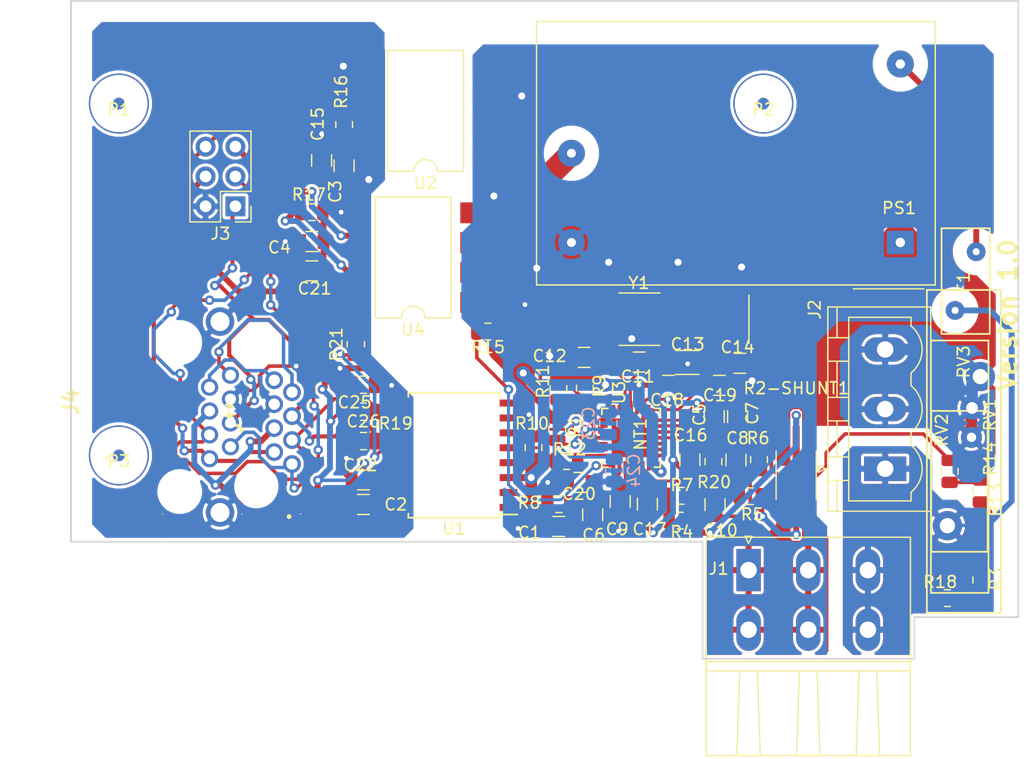
<source format=kicad_pcb>
(kicad_pcb (version 20171130) (host pcbnew "(5.1.9)-1")
  (title_block (title "Zusatzplatine v0.4") (date 2020-01-29) (rev 1.0) (company "SolarInvert GmbH"))
  (layers (0 F.Cu signal) (31 B.Cu signal) (34 B.Paste user) (35 F.Paste user) (36 B.SilkS user) (37 F.SilkS user) (38 B.Mask user) (39 F.Mask user) (44 Edge.Cuts user))
  (net 0 "")
  (net 1 GND)
  (net 2 "Net-(C5-Pad1)")
  (net 3 +3V3)
  (net 4 "Net-(C8-Pad1)")
  (net 5 "Net-(C10-Pad1)")
  (net 6 "Net-(C11-Pad1)")
  (net 7 "Net-(C12-Pad1)")
  (net 8 "Net-(C17-Pad1)")
  (net 9 LINE)
  (net 10 "Net-(C6-Pad1)")
  (net 11 "Net-(C14-Pad1)")
  (net 12 "Net-(R11-Pad2)")
  (net 13 "Net-(R12-Pad2)")
  (net 14 "Net-(R9-Pad1)")
  (net 15 "Net-(R13-Pad2)")
  (net 16 "Net-(R13-Pad1)")
  (net 17 "Net-(R15-Pad2)")
  (net 18 "Net-(R16-Pad2)")
  (net 19 "Net-(R17-Pad2)")
  (net 20 "Net-(F1-Pad1)")
  (net 21 GNDA)
  (net 22 "Net-(C16-Pad2)")
  (net 23 "Net-(R18-Pad1)")
  (net 24 "Net-(J4-Pad7)")
  (net 25 "Net-(J4-Pad8)")
  (net 26 "Net-(U1-Pad15)")
  (net 27 "Net-(U1-Pad13)")
  (net 28 "Net-(U1-Pad10)")
  (net 29 "Net-(U1-Pad8)")
  (net 30 "Net-(U1-Pad4)")
  (net 31 "Net-(U1-Pad2)")
  (net 32 "Net-(U2-Pad4)")
  (net 33 "Net-(U2-Pad1)")
  (net 34 "Net-(U3-Pad9)")
  (net 35 "Net-(U3-Pad10)")
  (net 36 "Net-(U3-Pad20)")
  (net 37 "Net-(U3-Pad21)")
  (net 38 "Net-(U3-Pad23)")
  (net 39 "Net-(U3-Pad24)")
  (net 40 "Net-(U4-Pad4)")
  (net 41 "Net-(U4-Pad1)")
  (net 42 +5V_04)
  (net 43 GND_02)
  (net 44 IRQ_06)
  (net 45 ZX_05)
  (net 46 SCL_03)
  (net 47 SDA_01)
  (net 48 "Net-(C23-Pad2)")
  (net 49 "Net-(C24-Pad2)")
  (net 50 /N-Trafo)
  (net 51 "Net-(P1-Pad~)")
  (net 52 "Net-(P2-Pad~)")
  (net 53 "Net-(P3-Pad~)")
  (module SamacSys_Parts:Passermarke_d1d3 (layer F.Cu) (at 68.58 109.22)
    (fp_text reference P3 (at 0 0.5) (layer F.SilkS))
    (fp_text value PassermarkeSMD)
    (fp_circle (center 0 0) (end 2.5 0) (layer F.Cu) (width 0.12))
    (fp_circle (center 0 0) (end 2.5 0) (layer B.Cu) (width 0.12))
    (pad ~ smd circle (at 0 0) (size 1 1) (layers B.Cu B.Paste B.Mask) (net 53 "Net-(P3-Pad~)"))
    (pad ~ smd circle (at 0 0) (size 1 1) (layers F.Cu F.Paste F.Mask) (net 53 "Net-(P3-Pad~)"))
  )
  (module SamacSys_Parts:Passermarke_d1d3 (layer F.Cu) (at 123.444 79.248)
    (fp_text reference P2 (at 0 0.5) (layer F.SilkS))
    (fp_text value PassermarkeSMD)
    (fp_circle (center 0 0) (end 2.5 0) (layer F.Cu) (width 0.12))
    (fp_circle (center 0 0) (end 2.5 0) (layer B.Cu) (width 0.12))
    (pad ~ smd circle (at 0 0) (size 1 1) (layers B.Cu B.Paste B.Mask) (net 52 "Net-(P2-Pad~)"))
    (pad ~ smd circle (at 0 0) (size 1 1) (layers F.Cu F.Paste F.Mask) (net 52 "Net-(P2-Pad~)"))
  )
  (module SamacSys_Parts:Passermarke_d1d3 (layer F.Cu) (at 68.58 79.248)
    (fp_text reference P1 (at 0 0.5) (layer F.SilkS))
    (fp_text value PassermarkeSMD)
    (fp_circle (center 0 0) (end 2.5 0) (layer F.Cu) (width 0.12))
    (fp_circle (center 0 0) (end 2.5 0) (layer B.Cu) (width 0.12))
    (pad ~ smd circle (at 0 0) (size 1 1) (layers B.Cu B.Paste B.Mask) (net 51 "Net-(P1-Pad~)"))
    (pad ~ smd circle (at 0 0) (size 1 1) (layers F.Cu F.Paste F.Mask) (net 51 "Net-(P1-Pad~)"))
  )
  (module Resistor_SMD:R_0805_2012Metric (layer F.Cu) (at 88.75 99.75 90)
    (fp_text reference R21 (at 0 -1.65 90) (layer F.SilkS))
    (fp_text value 4k7)
    (pad 2 smd roundrect (at 0.9125 0 90) (size 1.025 1.4) (layers F.Cu F.Paste F.Mask) (roundrect_rratio 0.2439004878048781) (net 42 +5V_04))
    (pad 1 smd roundrect (at -0.9125 0 90) (size 1.025 1.4) (layers F.Cu F.Paste F.Mask) (roundrect_rratio 0.2439004878048781) (net 47 SDA_01))
  )
  (module Capacitor_SMD:C_0805_2012Metric (layer F.Cu) (at 89.4 108)
    (fp_text reference C26 (at 0 -1.68) (layer F.SilkS))
    (fp_text value 100pF/25V)
    (pad 2 smd roundrect (at 0.95 0) (size 1 1.45) (layers F.Cu F.Paste F.Mask) (net 47 SDA_01))
    (pad 1 smd roundrect (at -0.95 0) (size 1 1.45) (layers F.Cu F.Paste F.Mask) (net 43 GND_02))
  )
  (module Capacitor_SMD:C_0805_2012Metric (layer F.Cu) (at 89.4 103.2 180)
    (fp_text reference C25 (at 0.75 -1.5) (layer F.SilkS))
    (fp_text value 100pF/25V)
    (pad 2 smd roundrect (at 0.95 0 180) (size 1 1.45) (layers F.Cu F.Paste F.Mask) (net 46 SCL_03))
    (pad 1 smd roundrect (at -0.95 0 180) (size 1 1.45) (layers F.Cu F.Paste F.Mask) (net 43 GND_02))
  )
  (module Capacitor_SMD:C_0805_2012Metric (layer B.Cu) (at 110.75 110.5 90)
    (fp_text reference C24 (at 0 1.68 90) (layer B.SilkS) (effects (justify mirror)))
    (fp_text value n.b.)
    (pad 2 smd roundrect (at 0.95 0 90) (size 1 1.45) (layers B.Cu B.Paste B.Mask) (net 49 "Net-(C24-Pad2)"))
    (pad 1 smd roundrect (at -0.95 0 90) (size 1 1.45) (layers B.Cu B.Paste B.Mask) (net 1 GND))
  )
  (module Resistor_SMD:R_0805_2012Metric (layer F.Cu) (at 89.4 105.5 180)
    (fp_text reference R19 (at -2.75 -1) (layer F.SilkS))
    (fp_text value 4k7)
    (pad 2 smd roundrect (at 0.9125 0 180) (size 1.025 1.4) (layers F.Cu F.Paste F.Mask) (roundrect_rratio 0.2439004878048781) (net 42 +5V_04))
    (pad 1 smd roundrect (at -0.9125 0 180) (size 1.025 1.4) (layers F.Cu F.Paste F.Mask) (roundrect_rratio 0.2439004878048781) (net 46 SCL_03))
  )
  (module Capacitor_SMD:C_0805_2012Metric (layer B.Cu) (at 110.25 106.5 270)
    (fp_text reference C23 (at 0 1.68 90) (layer B.SilkS) (effects (justify mirror)))
    (fp_text value n.b.)
    (pad 2 smd roundrect (at 0.95 0 270) (size 1 1.45) (layers B.Cu B.Paste B.Mask) (net 48 "Net-(C23-Pad2)"))
    (pad 1 smd roundrect (at -0.95 0 270) (size 1 1.45) (layers B.Cu B.Paste B.Mask) (net 1 GND))
  )
  (module SamacSys_Parts:RJHSE5380-SS603000-11o79merge (layer F.Cu) (at 76.3 109.5 270)
    (fp_text reference J4 (at -4.826 11.811 90) (layer F.SilkS) (effects (font (size 1.27 1.27) (thickness 0.254))))
    (fp_text value "RJHSE-5380 o. SS603000-79/-11" hide)
    (fp_text user J** (at -3.626408 -2.135389 90) (layer F.SilkS) (effects (font (size 1.27 1.27) (thickness 0.254))))
    (pad 1 thru_hole circle (at 0 0 270) (size 1.462 1.462) (drill 0.94) (layers *.Cu *.Mask) (net 44 IRQ_06))
    (pad 2 thru_hole circle (at -1.02 -1.78 270) (size 1.462 1.462) (drill 0.94) (layers *.Cu *.Mask) (net 45 ZX_05))
    (pad 3 thru_hole circle (at -2.03 0 270) (size 1.462 1.462) (drill 0.94) (layers *.Cu *.Mask) (net 46 SCL_03))
    (pad 4 thru_hole circle (at -3.05 -1.78 270) (size 1.462 1.462) (drill 0.94) (layers *.Cu *.Mask) (net 47 SDA_01))
    (pad 5 thru_hole circle (at -4.06 0 270) (size 1.462 1.462) (drill 0.94) (layers *.Cu *.Mask) (net 42 +5V_04))
    (pad 6 thru_hole circle (at -5.08 -1.78 270) (size 1.462 1.462) (drill 0.94) (layers *.Cu *.Mask) (net 43 GND_02))
    (pad 7 thru_hole circle (at -6.09 0 270) (size 1.462 1.462) (drill 0.94) (layers *.Cu *.Mask) (net 24 "Net-(J4-Pad7)"))
    (pad 8 thru_hole circle (at -7.11 -1.78 270) (size 1.462 1.462) (drill 0.94) (layers *.Cu *.Mask) (net 25 "Net-(J4-Pad8)"))
    (pad MH1 thru_hole circle (at -11.68 -0.89 270) (size 2.43 2.43) (drill 1.62) (layers *.Cu *.Mask) (net 43 GND_02))
    (pad MH2 thru_hole circle (at 4.58 -0.89 270) (size 2.43 2.43) (drill 1.62) (layers *.Cu *.Mask) (net 43 GND_02))
    (pad MH3 np_thru_hole circle (at 2.8 2.54 270) (size 3.3 0) (drill 3.3) (layers *.Cu *.Mask))
    (pad MH4 np_thru_hole circle (at -9.9 2.54 270) (size 3.3 0) (drill 3.3) (layers *.Cu *.Mask))
    (pad MH3 np_thru_hole circle (at -9.596408 -3.980389 270) (size 3.25 0) (drill 3.25) (layers *.Cu *.Mask))
    (pad MH4 np_thru_hole circle (at 2.343592 -3.980389 270) (size 3.25 0) (drill 3.25) (layers *.Cu *.Mask))
    (pad 5 thru_hole circle (at -2.606408 -5.500389 270) (size 1.509 1.509) (drill 0.97) (layers *.Cu *.Mask) (net 42 +5V_04))
    (pad 8 thru_hole circle (at -5.666408 -7.020389 270) (size 1.509 1.509) (drill 0.97) (layers *.Cu *.Mask) (net 25 "Net-(J4-Pad8)"))
    (pad 3 thru_hole circle (at -1.586408 -7.020389 270) (size 1.509 1.509) (drill 0.97) (layers *.Cu *.Mask) (net 46 SCL_03))
    (pad 2 thru_hole circle (at 0.453592 -7.020389 270) (size 1.509 1.509) (drill 0.97) (layers *.Cu *.Mask) (net 45 ZX_05))
    (pad 1 thru_hole circle (at -0.566408 -5.500389 270) (size 1.509 1.509) (drill 0.97) (layers *.Cu *.Mask) (net 44 IRQ_06))
    (pad 7 thru_hole circle (at -6.686408 -5.500389 270) (size 1.509 1.509) (drill 0.97) (layers *.Cu *.Mask) (net 24 "Net-(J4-Pad7)"))
    (pad 6 thru_hole circle (at -4.646408 -5.500389 270) (size 1.509 1.509) (drill 0.97) (layers *.Cu *.Mask) (net 43 GND_02))
    (pad 4 thru_hole circle (at -3.626408 -7.020389 270) (size 1.509 1.509) (drill 0.97) (layers *.Cu *.Mask) (net 47 SDA_01))
  )
  (module Varistors_local:RV_Disc_D27.5_W6.3_P12.7 (layer F.Cu) (at 141.915 102.505 270)
    (fp_text reference RV3 (at -1.255 1.415 90) (layer F.SilkS))
    (fp_text value "Varistor, B72225S4301K101" hide)
    (pad 2 thru_hole circle (at 12.7 2.8 270) (size 2.5 2.5) (drill 1.3) (layers *.Cu *.Mask) (net 9 LINE))
    (pad 1 thru_hole circle (at 0 0 270) (size 2.5 2.5) (drill 1.3) (layers *.Cu *.Mask) (net 21 GNDA))
  )
  (module Capacitors_SMD:C_0805 (layer F.Cu) (at 89.4 111.3 180)
    (fp_text reference C22 (at 0.25 1.25) (layer F.SilkS))
    (fp_text value 4,7u/25V)
    (pad 1 smd rect (at -1 0 180) (size 1 1.25) (layers F.Cu F.Paste F.Mask) (net 42 +5V_04))
    (pad 2 smd rect (at 1 0 180) (size 1 1.25) (layers F.Cu F.Paste F.Mask) (net 43 GND_02))
  )
  (module Capacitors_SMD:C_0805 (layer F.Cu) (at 85 93.5 180)
    (fp_text reference C21 (at -0.25 -1.5) (layer F.SilkS))
    (fp_text value 4,7u/25V)
    (pad 1 smd rect (at -1 0 180) (size 1 1.25) (layers F.Cu F.Paste F.Mask) (net 42 +5V_04))
    (pad 2 smd rect (at 1 0 180) (size 1 1.25) (layers F.Cu F.Paste F.Mask) (net 43 GND_02))
  )
  (module Capacitors_SMD:C_0805 (layer F.Cu) (at 85.84 84.095 270)
    (fp_text reference C15 (at -3.095 0.34 90) (layer F.SilkS))
    (fp_text value 4,7u/25V)
    (pad 1 smd rect (at -1 0 270) (size 1 1.25) (layers F.Cu F.Paste F.Mask) (net 43 GND_02))
    (pad 2 smd rect (at 1 0 270) (size 1 1.25) (layers F.Cu F.Paste F.Mask) (net 42 +5V_04))
  )
  (module Crystals:Crystal_SMD_SeikoEpson_MC405-2pin_9.6x4.1mm_HandSoldering (layer F.Cu) (at 112.8925 97.615 180)
    (fp_text reference Y1 (at 0.045 3.085 180) (layer F.SilkS))
    (fp_text value "3,58MHz / ABLS2-3.579545MHZ-D4Y-T")
    (pad 2 smd rect (at 5.5375 0 180) (size 5.175 1.6) (layers F.Cu F.Paste F.Mask) (net 7 "Net-(C12-Pad1)"))
    (pad 1 smd rect (at -5.5375 0 180) (size 5.175 1.6) (layers F.Cu F.Paste F.Mask) (net 6 "Net-(C11-Pad1)"))
  )
  (module Oddities:NetTie-I_Connected_SMD (layer F.Cu) (at 113.19 105.765 90)
    (fp_text reference NT1 (at -1.66 -0.205 90) (layer F.SilkS))
    (fp_text value Net-Tie_2)
    (fp_line (start 0.478 0) (end -1.778 0) (layer F.Cu) (width 0.25))
    (pad 2 smd rect (at 0.54 0 90) (size 0.5 0.25) (layers F.Cu F.Paste F.Mask) (net 21 GNDA))
    (pad 1 smd rect (at -1.54 0 90) (size 1 1) (layers F.Cu F.Paste F.Mask) (net 1 GND))
  )
  (module Converters_DCDC_ACDC:ACDC-Conv_THTMeanWell-IRM-02-XX (layer F.Cu) (at 135.105 91.08 180)
    (fp_text reference PS1 (at 0.105 2.93 180) (layer F.SilkS))
    (fp_text value "MeanWell IRM-02-3.3")
    (pad 3 thru_hole circle (at 28 0 180) (size 2.3 2.3) (drill 0.76) (layers *.Cu *.Mask) (net 1 GND))
    (pad 1 thru_hole rect (at 0 0 180) (size 2.3 2) (drill 0.8) (layers *.Cu *.Mask) (net 21 GNDA))
    (pad 2 thru_hole circle (at 0 15.2 180) (size 2.3 2.3) (drill 0.8) (layers *.Cu *.Mask) (net 20 "Net-(F1-Pad1)") (clearance 1.2))
    (pad 4 thru_hole circle (at 28 7.6 180) (size 2.3 2.3) (drill 0.76) (layers *.Cu *.Mask) (net 3 +3V3) (clearance 1.2))
  )
  (module Resistor_SMD_local:R_0805_2012Metric (layer F.Cu) (at 87.76 81.04 90)
    (fp_text reference R16 (at 2.79 -0.26 90) (layer F.SilkS))
    (fp_text value n.b.)
    (pad 2 smd roundrect (at 0.9375 0 90) (size 0.975 1.4) (layers F.Cu F.Paste F.Mask) (net 18 "Net-(R16-Pad2)"))
    (pad 1 smd roundrect (at -0.9375 0 90) (size 0.975 1.4) (layers F.Cu F.Paste F.Mask) (net 42 +5V_04))
  )
  (module Resistor_SMD_local:R_0805_2012Metric (layer F.Cu) (at 139.305 110.5775 270)
    (fp_text reference R14 (at -1.0775 -3.445 90) (layer F.SilkS))
    (fp_text value 280k/150V)
    (pad 1 smd roundrect (at -0.9375 0 270) (size 0.975 1.4) (layers F.Cu F.Paste F.Mask) (net 4 "Net-(C8-Pad1)") (clearance 1))
    (pad 2 smd roundrect (at 0.9375 0 270) (size 0.975 1.4) (layers F.Cu F.Paste F.Mask) (net 16 "Net-(R13-Pad1)") (clearance 1))
  )
  (module Resistor_SMD_local:R_0805_2012Metric (layer F.Cu) (at 141.965 112.25 270)
    (fp_text reference R13 (at 0.75 -1.285 270) (layer F.SilkS))
    (fp_text value 390k/150V)
    (pad 2 smd roundrect (at 0.9375 0 270) (size 0.975 1.4) (layers F.Cu F.Paste F.Mask) (net 15 "Net-(R13-Pad2)") (clearance 0.9))
    (pad 1 smd roundrect (at -0.9375 0 270) (size 0.975 1.4) (layers F.Cu F.Paste F.Mask) (net 16 "Net-(R13-Pad1)") (clearance 1))
  )
  (module ADE7953:ADE7953ACPZ (layer F.Cu) (at 112.185 107.72 90)
    (fp_text reference U3 (at 3.86 -1.02 90) (layer F.SilkS))
    (fp_text value ADE7953ACPZ hide)
    (pad 1 smd rect (at -2.4003 -1.5 180) (size 0.3048 0.8128) (layers F.Cu F.Paste F.Mask) (net 17 "Net-(R15-Pad2)"))
    (pad 2 smd rect (at -2.4003 -1.000001 180) (size 0.3048 0.8128) (layers F.Cu F.Paste F.Mask) (net 3 +3V3))
    (pad 3 smd rect (at -2.4003 -0.499999 180) (size 0.3048 0.8128) (layers F.Cu F.Paste F.Mask) (net 10 "Net-(C6-Pad1)"))
    (pad 4 smd rect (at -2.4003 0 180) (size 0.3048 0.8128) (layers F.Cu F.Paste F.Mask) (net 1 GND))
    (pad 5 smd rect (at -2.4003 0.499999 180) (size 0.3048 0.8128) (layers F.Cu F.Paste F.Mask) (net 8 "Net-(C17-Pad1)"))
    (pad 6 smd rect (at -2.4003 1.000001 180) (size 0.3048 0.8128) (layers F.Cu F.Paste F.Mask) (net 5 "Net-(C10-Pad1)"))
    (pad 7 smd rect (at -2.4003 1.5 180) (size 0.3048 0.8128) (layers F.Cu F.Paste F.Mask) (net 3 +3V3))
    (pad 8 smd rect (at -1.5 2.4003 90) (size 0.3048 0.8128) (layers F.Cu F.Paste F.Mask) (net 3 +3V3))
    (pad 9 smd rect (at -1.000001 2.4003 90) (size 0.3048 0.8128) (layers F.Cu F.Paste F.Mask) (net 34 "Net-(U3-Pad9)"))
    (pad 10 smd rect (at -0.499999 2.4003 90) (size 0.3048 0.8128) (layers F.Cu F.Paste F.Mask) (net 35 "Net-(U3-Pad10)"))
    (pad 11 smd rect (at 0 2.4003 90) (size 0.3048 0.8128) (layers F.Cu F.Paste F.Mask) (net 22 "Net-(C16-Pad2)"))
    (pad 12 smd rect (at 0.499999 2.4003 90) (size 0.3048 0.8128) (layers F.Cu F.Paste F.Mask) (net 4 "Net-(C8-Pad1)"))
    (pad 13 smd rect (at 1.000001 2.4003 90) (size 0.3048 0.8128) (layers F.Cu F.Paste F.Mask) (net 2 "Net-(C5-Pad1)"))
    (pad 14 smd rect (at 1.5 2.4003 90) (size 0.3048 0.8128) (layers F.Cu F.Paste F.Mask) (net 21 GNDA))
    (pad 15 smd rect (at 2.4003 1.5 180) (size 0.3048 0.8128) (layers F.Cu F.Paste F.Mask) (net 11 "Net-(C14-Pad1)"))
    (pad 16 smd rect (at 2.4003 1.000001 180) (size 0.3048 0.8128) (layers F.Cu F.Paste F.Mask) (net 21 GNDA))
    (pad 17 smd rect (at 2.4003 0.499999 180) (size 0.3048 0.8128) (layers F.Cu F.Paste F.Mask) (net 3 +3V3))
    (pad 18 smd rect (at 2.4003 0 180) (size 0.3048 0.8128) (layers F.Cu F.Paste F.Mask) (net 6 "Net-(C11-Pad1)"))
    (pad 19 smd rect (at 2.4003 -0.499999 180) (size 0.3048 0.8128) (layers F.Cu F.Paste F.Mask) (net 7 "Net-(C12-Pad1)"))
    (pad 20 smd rect (at 2.4003 -1.000001 180) (size 0.3048 0.8128) (layers F.Cu F.Paste F.Mask) (net 36 "Net-(U3-Pad20)"))
    (pad 21 smd rect (at 2.4003 -1.5 180) (size 0.3048 0.8128) (layers F.Cu F.Paste F.Mask) (net 37 "Net-(U3-Pad21)"))
    (pad 22 smd rect (at 1.5 -2.4003 90) (size 0.3048 0.8128) (layers F.Cu F.Paste F.Mask) (net 14 "Net-(R9-Pad1)"))
    (pad 23 smd rect (at 1.000001 -2.4003 90) (size 0.3048 0.8128) (layers F.Cu F.Paste F.Mask) (net 38 "Net-(U3-Pad23)"))
    (pad 24 smd rect (at 0.499999 -2.4003 90) (size 0.3048 0.8128) (layers F.Cu F.Paste F.Mask) (net 39 "Net-(U3-Pad24)"))
    (pad 25 smd rect (at 0 -2.4003 90) (size 0.3048 0.8128) (layers F.Cu F.Paste F.Mask) (net 12 "Net-(R11-Pad2)"))
    (pad 26 smd rect (at -0.499999 -2.4003 90) (size 0.3048 0.8128) (layers F.Cu F.Paste F.Mask) (net 48 "Net-(C23-Pad2)"))
    (pad 27 smd rect (at -1.000001 -2.4003 90) (size 0.3048 0.8128) (layers F.Cu F.Paste F.Mask) (net 49 "Net-(C24-Pad2)"))
    (pad 28 smd rect (at -1.5 -2.4003 90) (size 0.3048 0.8128) (layers F.Cu F.Paste F.Mask) (net 13 "Net-(R12-Pad2)"))
    (pad 29 smd rect (at 0 0 90) (size 3.302 3.302) (layers F.Cu F.Paste F.Mask) (net 1 GND))
  )
  (module Housings_SOIC:SOIC-16W_7.5x10.3mm_Pitch1.27mm (layer F.Cu) (at 97.095 109.205 180)
    (fp_text reference U1 (at 0 -6.25 180) (layer F.SilkS))
    (fp_text value MAX14937AWE+)
    (pad 16 smd rect (at 4.65 -4.445 180) (size 1.5 0.6) (layers F.Cu F.Paste F.Mask) (net 43 GND_02))
    (pad 15 smd rect (at 4.65 -3.175 180) (size 1.5 0.6) (layers F.Cu F.Paste F.Mask) (net 26 "Net-(U1-Pad15)"))
    (pad 14 smd rect (at 4.65 -1.905 180) (size 1.5 0.6) (layers F.Cu F.Paste F.Mask) (net 42 +5V_04))
    (pad 13 smd rect (at 4.65 -0.635 180) (size 1.5 0.6) (layers F.Cu F.Paste F.Mask) (net 27 "Net-(U1-Pad13)"))
    (pad 12 smd rect (at 4.65 0.635 180) (size 1.5 0.6) (layers F.Cu F.Paste F.Mask) (net 47 SDA_01))
    (pad 11 smd rect (at 4.65 1.905 180) (size 1.5 0.6) (layers F.Cu F.Paste F.Mask) (net 46 SCL_03))
    (pad 10 smd rect (at 4.65 3.175 180) (size 1.5 0.6) (layers F.Cu F.Paste F.Mask) (net 28 "Net-(U1-Pad10)"))
    (pad 9 smd rect (at 4.65 4.445 180) (size 1.5 0.6) (layers F.Cu F.Paste F.Mask) (net 43 GND_02))
    (pad 8 smd rect (at -4.65 4.445 180) (size 1.5 0.6) (layers F.Cu F.Paste F.Mask) (net 29 "Net-(U1-Pad8)"))
    (pad 7 smd rect (at -4.65 3.175 180) (size 1.5 0.6) (layers F.Cu F.Paste F.Mask) (net 1 GND))
    (pad 6 smd rect (at -4.65 1.905 180) (size 1.5 0.6) (layers F.Cu F.Paste F.Mask) (net 49 "Net-(C24-Pad2)"))
    (pad 5 smd rect (at -4.65 0.635 180) (size 1.5 0.6) (layers F.Cu F.Paste F.Mask) (net 48 "Net-(C23-Pad2)"))
    (pad 4 smd rect (at -4.65 -0.635 180) (size 1.5 0.6) (layers F.Cu F.Paste F.Mask) (net 30 "Net-(U1-Pad4)"))
    (pad 3 smd rect (at -4.65 -1.905 180) (size 1.5 0.6) (layers F.Cu F.Paste F.Mask) (net 3 +3V3))
    (pad 2 smd rect (at -4.65 -3.175 180) (size 1.5 0.6) (layers F.Cu F.Paste F.Mask) (net 31 "Net-(U1-Pad2)"))
    (pad 1 smd rect (at -4.65 -4.445 180) (size 1.5 0.6) (layers F.Cu F.Paste F.Mask) (net 1 GND))
  )
  (module Capacitors_SMD:C_0805 (layer F.Cu) (at 107.815 111.52 180)
    (fp_text reference C20 (at 0.065 -0.98 180) (layer F.SilkS))
    (fp_text value 1u/25V)
    (pad 2 smd rect (at 1 0 180) (size 1 1.25) (layers F.Cu F.Paste F.Mask) (net 1 GND))
    (pad 1 smd rect (at -1 0 180) (size 1 1.25) (layers F.Cu F.Paste F.Mask) (net 3 +3V3))
  )
  (module Capacitors_SMD:C_0805 (layer F.Cu) (at 119.695 103.25)
    (fp_text reference C19 (at 0.055 0.845) (layer F.SilkS))
    (fp_text value 100n/25V/X7R)
    (pad 2 smd rect (at 1 0) (size 1 1.25) (layers F.Cu F.Paste F.Mask) (net 1 GND))
    (pad 1 smd rect (at -1 0) (size 1 1.25) (layers F.Cu F.Paste F.Mask) (net 11 "Net-(C14-Pad1)"))
  )
  (module Capacitors_SMD:C_0805 (layer F.Cu) (at 115.36 103.25 180)
    (fp_text reference C18 (at 0.11 -1.25 180) (layer F.SilkS))
    (fp_text value 100n/25V/X7R)
    (pad 1 smd rect (at -1 0 180) (size 1 1.25) (layers F.Cu F.Paste F.Mask) (net 1 GND))
    (pad 2 smd rect (at 1 0 180) (size 1 1.25) (layers F.Cu F.Paste F.Mask) (net 3 +3V3))
  )
  (module Capacitors_SMD:C_0805 (layer F.Cu) (at 121.445 101.375)
    (fp_text reference C14 (at -0.195 -1.375) (layer F.SilkS))
    (fp_text value 4,7u/25V/X7R)
    (pad 1 smd rect (at -1 0) (size 1 1.25) (layers F.Cu F.Paste F.Mask) (net 11 "Net-(C14-Pad1)"))
    (pad 2 smd rect (at 1 0) (size 1 1.25) (layers F.Cu F.Paste F.Mask) (net 1 GND))
  )
  (module Capacitors_SMD:C_0805 (layer F.Cu) (at 117.19 109.595 90)
    (fp_text reference C16 (at 2.095 0.06) (layer F.SilkS))
    (fp_text value 33n/25V/X7R)
    (pad 2 smd rect (at 1 0 90) (size 1 1.25) (layers F.Cu F.Paste F.Mask) (net 22 "Net-(C16-Pad2)"))
    (pad 1 smd rect (at -1 0 90) (size 1 1.25) (layers F.Cu F.Paste F.Mask) (net 21 GNDA))
  )
  (module Capacitors_SMD:C_0805 (layer F.Cu) (at 121.25 105.91 90)
    (fp_text reference C7 (at 0.275 1.25 270) (layer F.SilkS))
    (fp_text value 100n/25V/X7R)
    (pad 1 smd rect (at -1 0 90) (size 1 1.25) (layers F.Cu F.Paste F.Mask) (net 2 "Net-(C5-Pad1)"))
    (pad 2 smd rect (at 1 0 90) (size 1 1.25) (layers F.Cu F.Paste F.Mask) (net 21 GNDA))
  )
  (module Capacitors_SMD:C_0805 (layer F.Cu) (at 121.115 109.61 270)
    (fp_text reference C8 (at -1.86 -0.135) (layer F.SilkS))
    (fp_text value 33n/25V/X7R)
    (pad 2 smd rect (at 1 0 270) (size 1 1.25) (layers F.Cu F.Paste F.Mask) (net 21 GNDA))
    (pad 1 smd rect (at -1 0 270) (size 1 1.25) (layers F.Cu F.Paste F.Mask) (net 4 "Net-(C8-Pad1)"))
  )
  (module Capacitors_SMD:C_0805 (layer F.Cu) (at 111.255 113.135 270)
    (fp_text reference C9 (at 2.365 0.255) (layer F.SilkS))
    (fp_text value 100n/25V/X7R)
    (pad 2 smd rect (at 1 0 270) (size 1 1.25) (layers F.Cu F.Paste F.Mask) (net 1 GND))
    (pad 1 smd rect (at -1 0 270) (size 1 1.25) (layers F.Cu F.Paste F.Mask) (net 10 "Net-(C6-Pad1)"))
  )
  (module Capacitors_SMD:C_0805 (layer F.Cu) (at 112.87 101.265 180)
    (fp_text reference C11 (at 0.12 -1.235 180) (layer F.SilkS))
    (fp_text value 18p/25V)
    (pad 2 smd rect (at 1 0 180) (size 1 1.25) (layers F.Cu F.Paste F.Mask) (net 1 GND))
    (pad 1 smd rect (at -1 0 180) (size 1 1.25) (layers F.Cu F.Paste F.Mask) (net 6 "Net-(C11-Pad1)"))
  )
  (module Capacitors_SMD:C_0805 (layer F.Cu) (at 108.18 100.87 180)
    (fp_text reference C12 (at 2.93 0.12 180) (layer F.SilkS))
    (fp_text value 18p/25V)
    (pad 1 smd rect (at -1 0 180) (size 1 1.25) (layers F.Cu F.Paste F.Mask) (net 7 "Net-(C12-Pad1)"))
    (pad 2 smd rect (at 1 0 180) (size 1 1.25) (layers F.Cu F.Paste F.Mask) (net 1 GND))
  )
  (module Capacitors_SMD:C_0805 (layer F.Cu) (at 119.26 105.91 90)
    (fp_text reference C5 (at 0.16 -1.26 90) (layer F.SilkS))
    (fp_text value 4,7u/25V)
    (pad 2 smd rect (at 1 0 90) (size 1 1.25) (layers F.Cu F.Paste F.Mask) (net 21 GNDA))
    (pad 1 smd rect (at -1 0 90) (size 1 1.25) (layers F.Cu F.Paste F.Mask) (net 2 "Net-(C5-Pad1)"))
  )
  (module Capacitors_SMD:C_0805 (layer F.Cu) (at 108.915 114.275 270)
    (fp_text reference C6 (at 1.725 -0.085) (layer F.SilkS))
    (fp_text value 4,7u/25V)
    (pad 1 smd rect (at -1 0 270) (size 1 1.25) (layers F.Cu F.Paste F.Mask) (net 10 "Net-(C6-Pad1)"))
    (pad 2 smd rect (at 1 0 270) (size 1 1.25) (layers F.Cu F.Paste F.Mask) (net 1 GND))
  )
  (module Connectors_local:Sauro_CGF039M5_03x5.08mm_Angled (layer F.Cu) (at 122.185 118.99)
    (fp_text reference J1 (at -2.55 -0.12) (layer F.SilkS))
    (fp_text value "Würth 691309510003 oder Phoenix 1943315")
    (pad 3 thru_hole oval (at 10.16 0) (size 2.08 3.6) (drill 1.4) (layers *.Cu *.Mask) (net 9 LINE) (clearance 1.2))
    (pad 2 thru_hole oval (at 5.08 0) (size 2.08 3.6) (drill 1.4) (layers *.Cu *.Mask) (net 50 /N-Trafo))
    (pad 1 thru_hole rect (at 0 0) (size 2.08 3.6) (drill 1.4) (layers *.Cu *.Mask) (net 50 /N-Trafo))
    (pad 1 thru_hole oval (at 0 5.08) (size 2.08 3.6) (drill 1.4) (layers *.Cu *.Mask) (net 50 /N-Trafo))
    (pad 2 thru_hole oval (at 5.08 5.08) (size 2.08 3.6) (drill 1.4) (layers *.Cu *.Mask) (net 50 /N-Trafo))
    (pad 3 thru_hole oval (at 10.16 5.08) (size 2.08 3.6) (drill 1.4) (layers *.Cu *.Mask) (net 9 LINE) (clearance 1.2))
  )
  (module Connectors_Phoenix:PhoenixContact_MSTBVA-G_03x5.08mm_Vertical (layer F.Cu) (at 133.815 110.355 90)
    (fp_text reference J2 (at 13.56 -6.005 90) (layer F.SilkS))
    (fp_text value "Würth 691311500103 oder Phoenix 1924318" hide)
    (pad 3 thru_hole oval (at 10.16 0 90) (size 2.08 3.6) (drill 1.4) (layers *.Cu *.Mask) (net 21 GNDA))
    (pad 2 thru_hole oval (at 5.08 0 90) (size 2.08 3.6) (drill 1.4) (layers *.Cu *.Mask) (net 21 GNDA))
    (pad 1 thru_hole rect (at 0 0 90) (size 2.08 3.6) (drill 1.4) (layers *.Cu *.Mask) (net 9 LINE) (clearance 1.2))
  )
  (module Capacitors_SMD:C_0805 (layer F.Cu) (at 106.02 115.27)
    (fp_text reference C1 (at -2.485 0.53 180) (layer F.SilkS))
    (fp_text value 100n/25V/X7R)
    (pad 2 smd rect (at 1 0) (size 1 1.25) (layers F.Cu F.Paste F.Mask) (net 1 GND))
    (pad 1 smd rect (at -1 0) (size 1 1.25) (layers F.Cu F.Paste F.Mask) (net 3 +3V3))
  )
  (module Capacitors_SMD:C_0805 (layer F.Cu) (at 89.4 113.4 180)
    (fp_text reference C2 (at -2.75 0) (layer F.SilkS))
    (fp_text value 100n/25V/X7R)
    (pad 1 smd rect (at -1 0 180) (size 1 1.25) (layers F.Cu F.Paste F.Mask) (net 42 +5V_04))
    (pad 2 smd rect (at 1 0 180) (size 1 1.25) (layers F.Cu F.Paste F.Mask) (net 43 GND_02))
  )
  (module Capacitors_SMD:C_0805 (layer F.Cu) (at 87.75 84.55 270)
    (fp_text reference C3 (at 2.2 0.75 270) (layer F.SilkS))
    (fp_text value 100n/25V/X7R)
    (pad 2 smd rect (at 1 0 270) (size 1 1.25) (layers F.Cu F.Paste F.Mask) (net 43 GND_02))
    (pad 1 smd rect (at -1 0 270) (size 1 1.25) (layers F.Cu F.Paste F.Mask) (net 42 +5V_04))
  )
  (module Housings_DIP:SMDIP-8_W9.53mm_Clearance8mm (layer F.Cu) (at 94.685 79.875 180)
    (fp_text reference U2 (at 0 -6.14 180) (layer F.SilkS))
    (fp_text value 6N138S)
    (pad 8 smd rect (at 4.765 -3.81 180) (size 1.5 1.78) (layers F.Cu F.Paste F.Mask) (net 42 +5V_04))
    (pad 4 smd rect (at -4.765 3.81 180) (size 1.5 1.78) (layers F.Cu F.Paste F.Mask) (net 32 "Net-(U2-Pad4)"))
    (pad 7 smd rect (at 4.765 -1.27 180) (size 1.5 1.78) (layers F.Cu F.Paste F.Mask) (net 18 "Net-(R16-Pad2)"))
    (pad 3 smd rect (at -4.765 1.27 180) (size 1.5 1.78) (layers F.Cu F.Paste F.Mask) (net 1 GND))
    (pad 6 smd rect (at 4.765 1.27 180) (size 1.5 1.78) (layers F.Cu F.Paste F.Mask) (net 44 IRQ_06))
    (pad 2 smd rect (at -4.765 -1.27 180) (size 1.5 1.78) (layers F.Cu F.Paste F.Mask) (net 14 "Net-(R9-Pad1)"))
    (pad 5 smd rect (at 4.765 3.81 180) (size 1.5 1.78) (layers F.Cu F.Paste F.Mask) (net 43 GND_02))
    (pad 1 smd rect (at -4.765 -3.81 180) (size 1.5 1.78) (layers F.Cu F.Paste F.Mask) (net 33 "Net-(U2-Pad1)"))
  )
  (module Housings_DIP:SMDIP-8_W9.53mm_Clearance8mm (layer F.Cu) (at 93.63 92.365 180)
    (fp_text reference U4 (at 0 -6.14 180) (layer F.SilkS))
    (fp_text value 6N138S)
    (pad 8 smd rect (at 4.765 -3.81 180) (size 1.5 1.78) (layers F.Cu F.Paste F.Mask) (net 42 +5V_04))
    (pad 4 smd rect (at -4.765 3.81 180) (size 1.5 1.78) (layers F.Cu F.Paste F.Mask) (net 40 "Net-(U4-Pad4)"))
    (pad 7 smd rect (at 4.765 -1.27 180) (size 1.5 1.78) (layers F.Cu F.Paste F.Mask) (net 19 "Net-(R17-Pad2)"))
    (pad 3 smd rect (at -4.765 1.27 180) (size 1.5 1.78) (layers F.Cu F.Paste F.Mask) (net 1 GND))
    (pad 6 smd rect (at 4.765 1.27 180) (size 1.5 1.78) (layers F.Cu F.Paste F.Mask) (net 45 ZX_05))
    (pad 2 smd rect (at -4.765 -1.27 180) (size 1.5 1.78) (layers F.Cu F.Paste F.Mask) (net 17 "Net-(R15-Pad2)"))
    (pad 5 smd rect (at 4.765 3.81 180) (size 1.5 1.78) (layers F.Cu F.Paste F.Mask) (net 43 GND_02))
    (pad 1 smd rect (at -4.765 -3.81 180) (size 1.5 1.78) (layers F.Cu F.Paste F.Mask) (net 41 "Net-(U4-Pad1)"))
  )
  (module Resistor_SMD_local:R_0805_2012Metric (layer F.Cu) (at 105.9 107 270)
    (fp_text reference R1 (at -0.25 -1.5 270) (layer F.SilkS))
    (fp_text value 5k1)
    (pad 1 smd roundrect (at -0.9375 0 270) (size 0.975 1.4) (layers F.Cu F.Paste F.Mask) (net 3 +3V3))
    (pad 2 smd roundrect (at 0.9375 0 270) (size 0.975 1.4) (layers F.Cu F.Paste F.Mask) (net 48 "Net-(C23-Pad2)"))
  )
  (module Resistor_SMD_local:R_0805_2012Metric (layer F.Cu) (at 141.995 119.82 270)
    (fp_text reference R3 (at -0.07 -1.255 270) (layer F.SilkS))
    (fp_text value 510k/150V)
    (pad 1 smd roundrect (at -0.9375 0 270) (size 0.975 1.4) (layers F.Cu F.Paste F.Mask) (net 15 "Net-(R13-Pad2)") (clearance 1))
    (pad 2 smd roundrect (at 0.9375 0 270) (size 0.975 1.4) (layers F.Cu F.Paste F.Mask) (net 23 "Net-(R18-Pad1)") (clearance 1))
  )
  (module Resistor_SMD_local:R_0805_2012Metric (layer F.Cu) (at 116.3575 114.775)
    (fp_text reference R4 (at 0.1425 0.975) (layer F.SilkS))
    (fp_text value 1k)
    (pad 1 smd roundrect (at -0.9375 0) (size 0.975 1.4) (layers F.Cu F.Paste F.Mask) (net 8 "Net-(C17-Pad1)"))
    (pad 2 smd roundrect (at 0.9375 0) (size 0.975 1.4) (layers F.Cu F.Paste F.Mask) (net 21 GNDA))
  )
  (module Resistor_SMD_local:R_0805_2012Metric (layer F.Cu) (at 122.335 112.695)
    (fp_text reference R5 (at 0.165 1.555) (layer F.SilkS))
    (fp_text value 1k)
    (pad 1 smd roundrect (at -0.9375 0) (size 0.975 1.4) (layers F.Cu F.Paste F.Mask) (net 5 "Net-(C10-Pad1)"))
    (pad 2 smd roundrect (at 0.9375 0) (size 0.975 1.4) (layers F.Cu F.Paste F.Mask) (net 50 /N-Trafo))
  )
  (module Resistor_SMD_local:R_0805_2012Metric (layer F.Cu) (at 123.075 109.57 270)
    (fp_text reference R6 (at -1.82 0.075) (layer F.SilkS))
    (fp_text value 1k)
    (pad 1 smd roundrect (at -0.9375 0 270) (size 0.975 1.4) (layers F.Cu F.Paste F.Mask) (net 4 "Net-(C8-Pad1)"))
    (pad 2 smd roundrect (at 0.9375 0 270) (size 0.975 1.4) (layers F.Cu F.Paste F.Mask) (net 21 GNDA))
  )
  (module Resistor_SMD_local:R_0805_2012Metric (layer F.Cu) (at 116.43 112.665 180)
    (fp_text reference R7 (at -0.07 0.915 180) (layer F.SilkS))
    (fp_text value n.b.)
    (pad 2 smd roundrect (at 0.9375 0 180) (size 0.975 1.4) (layers F.Cu F.Paste F.Mask) (net 8 "Net-(C17-Pad1)"))
    (pad 1 smd roundrect (at -0.9375 0 180) (size 0.975 1.4) (layers F.Cu F.Paste F.Mask) (net 5 "Net-(C10-Pad1)"))
  )
  (module Resistor_SMD_local:R_0805_2012Metric (layer F.Cu) (at 106.035 113.375 180)
    (fp_text reference R8 (at 2.535 0.125 180) (layer F.SilkS))
    (fp_text value 10k)
    (pad 2 smd roundrect (at 0.9375 0 180) (size 0.975 1.4) (layers F.Cu F.Paste F.Mask) (net 1 GND))
    (pad 1 smd roundrect (at -0.9375 0 180) (size 0.975 1.4) (layers F.Cu F.Paste F.Mask) (net 3 +3V3))
  )
  (module Resistor_SMD_local:R_0805_2012Metric (layer F.Cu) (at 108.25 103.5 90)
    (fp_text reference R9 (at 0.1875 1.25 270) (layer F.SilkS))
    (fp_text value 6K8)
    (pad 1 smd roundrect (at -0.9375 0 90) (size 0.975 1.4) (layers F.Cu F.Paste F.Mask) (net 14 "Net-(R9-Pad1)"))
    (pad 2 smd roundrect (at 0.9375 0 90) (size 0.975 1.4) (layers F.Cu F.Paste F.Mask) (net 3 +3V3))
  )
  (module Resistor_SMD_local:R_0805_2012Metric (layer F.Cu) (at 103.88 108.5575 90)
    (fp_text reference R10 (at 2.0575 -0.13 180) (layer F.SilkS))
    (fp_text value 5k1)
    (pad 2 smd roundrect (at 0.9375 0 90) (size 0.975 1.4) (layers F.Cu F.Paste F.Mask) (net 49 "Net-(C24-Pad2)"))
    (pad 1 smd roundrect (at -0.9375 0 90) (size 0.975 1.4) (layers F.Cu F.Paste F.Mask) (net 3 +3V3))
  )
  (module Resistor_SMD_local:R_0805_2012Metric (layer F.Cu) (at 106 103.5375 270)
    (fp_text reference R11 (at -0.62 1.32 270) (layer F.SilkS))
    (fp_text value 1k)
    (pad 1 smd roundrect (at -0.9375 0 270) (size 0.975 1.4) (layers F.Cu F.Paste F.Mask) (net 3 +3V3))
    (pad 2 smd roundrect (at 0.9375 0 270) (size 0.975 1.4) (layers F.Cu F.Paste F.Mask) (net 12 "Net-(R11-Pad2)"))
  )
  (module Resistor_SMD_local:R_0805_2012Metric (layer F.Cu) (at 106.7 109.7)
    (fp_text reference R12 (at 0.25 -1) (layer F.SilkS))
    (fp_text value 1k)
    (pad 2 smd roundrect (at 0.9375 0) (size 0.975 1.4) (layers F.Cu F.Paste F.Mask) (net 13 "Net-(R12-Pad2)"))
    (pad 1 smd roundrect (at -0.9375 0) (size 0.975 1.4) (layers F.Cu F.Paste F.Mask) (net 3 +3V3))
  )
  (module Resistor_SMD_local:R_0805_2012Metric (layer F.Cu) (at 119.195 109.75 90)
    (fp_text reference R20 (at -1.75 0.055 -180) (layer F.SilkS))
    (fp_text value 1k)
    (pad 2 smd roundrect (at 0.9375 0 90) (size 0.975 1.4) (layers F.Cu F.Paste F.Mask) (net 22 "Net-(C16-Pad2)"))
    (pad 1 smd roundrect (at -0.9375 0 90) (size 0.975 1.4) (layers F.Cu F.Paste F.Mask) (net 21 GNDA))
  )
  (module Pin_Headers:Pin_Header_Straight_2x03_Pitch2.54mm (layer F.Cu) (at 78.5 88 180)
    (fp_text reference J3 (at 1.27 -2.33 180) (layer F.SilkS))
    (fp_text value "Stiftleiste 6polig 2reihig, RM2,54")
    (pad 6 thru_hole oval (at 2.54 5.08 180) (size 1.7 1.7) (drill 1) (layers *.Cu *.Mask) (net 44 IRQ_06))
    (pad 5 thru_hole oval (at 0 5.08 180) (size 1.7 1.7) (drill 1) (layers *.Cu *.Mask) (net 45 ZX_05))
    (pad 4 thru_hole oval (at 2.54 2.54 180) (size 1.7 1.7) (drill 1) (layers *.Cu *.Mask) (net 42 +5V_04))
    (pad 3 thru_hole oval (at 0 2.54 180) (size 1.7 1.7) (drill 1) (layers *.Cu *.Mask) (net 46 SCL_03))
    (pad 2 thru_hole oval (at 2.54 0 180) (size 1.7 1.7) (drill 1) (layers *.Cu *.Mask) (net 43 GND_02))
    (pad 1 thru_hole rect (at 0 0 180) (size 1.7 1.7) (drill 1) (layers *.Cu *.Mask) (net 47 SDA_01))
  )
  (module Capacitors_SMD:C_0805 (layer F.Cu) (at 85 91 180)
    (fp_text reference C4 (at 2.75 -0.5 180) (layer F.SilkS))
    (fp_text value 100n/25V/X7R)
    (pad 2 smd rect (at 1 0 180) (size 1 1.25) (layers F.Cu F.Paste F.Mask) (net 43 GND_02))
    (pad 1 smd rect (at -1 0 180) (size 1 1.25) (layers F.Cu F.Paste F.Mask) (net 42 +5V_04))
  )
  (module Varistors:RV_Disc_D21.5_W4.9_P10 (layer F.Cu) (at 141.21 105.18 270)
    (fp_text reference RV1 (at 0.57 -1.54 270) (layer F.SilkS))
    (fp_text value n.b. hide)
    (pad 1 thru_hole circle (at 0 0 270) (size 2 2) (drill 1) (layers *.Cu *.Mask) (net 21 GNDA) (clearance 1))
    (pad 2 thru_hole circle (at 10 2.1 270) (size 2 2) (drill 1) (layers *.Cu *.Mask) (net 9 LINE))
  )
  (module Resistor_SMD_local:R_0805_2012Metric (layer F.Cu) (at 99.99 98.665 180)
    (fp_text reference R15 (at -0.01 -1.335 180) (layer F.SilkS))
    (fp_text value 6k8)
    (pad 1 smd roundrect (at -0.9375 0 180) (size 0.975 1.4) (layers F.Cu F.Paste F.Mask) (net 3 +3V3))
    (pad 2 smd roundrect (at 0.9375 0 180) (size 0.975 1.4) (layers F.Cu F.Paste F.Mask) (net 17 "Net-(R15-Pad2)"))
  )
  (module Resistor_SMD_local:R_0805_2012Metric (layer F.Cu) (at 85 88.5 180)
    (fp_text reference R17 (at 0.25 1.5) (layer F.SilkS))
    (fp_text value n.b.)
    (pad 1 smd roundrect (at -0.9375 0 180) (size 0.975 1.4) (layers F.Cu F.Paste F.Mask) (net 42 +5V_04))
    (pad 2 smd roundrect (at 0.9375 0 180) (size 0.975 1.4) (layers F.Cu F.Paste F.Mask) (net 19 "Net-(R17-Pad2)"))
  )
  (module Varistors:RV_Disc_D9_W4.1_P5 (layer F.Cu) (at 141.565 91.87 270)
    (fp_text reference F1 (at 2.63 1.065 270) (layer F.SilkS))
    (fp_text value "Bourns MF-RM005/240-2")
    (pad 2 thru_hole circle (at 5 1.8 270) (size 1.6 1.6) (drill 0.6) (layers *.Cu *.Mask) (net 9 LINE) (clearance 1.2))
    (pad 1 thru_hole circle (at 0 0 270) (size 1.6 1.6) (drill 0.6) (layers *.Cu *.Mask) (net 20 "Net-(F1-Pad1)") (clearance 1.2))
  )
  (module Capacitors_SMD:C_0805 (layer F.Cu) (at 119.33 113.405 270)
    (fp_text reference C10 (at 2.2 -0.49) (layer F.SilkS))
    (fp_text value 33n/25V/X7R)
    (pad 2 smd rect (at 1 0 270) (size 1 1.25) (layers F.Cu F.Paste F.Mask) (net 21 GNDA))
    (pad 1 smd rect (at -1 0 270) (size 1 1.25) (layers F.Cu F.Paste F.Mask) (net 5 "Net-(C10-Pad1)"))
  )
  (module Capacitors_SMD:C_1206 (layer F.Cu) (at 116.98 101.3)
    (fp_text reference C13 (at 0.02 -1.55 180) (layer F.SilkS))
    (fp_text value 10u/25V)
    (pad 1 smd rect (at -1.5 0) (size 1 1.6) (layers F.Cu F.Paste F.Mask) (net 3 +3V3))
    (pad 2 smd rect (at 1.5 0) (size 1 1.6) (layers F.Cu F.Paste F.Mask) (net 1 GND))
  )
  (module Capacitors_SMD:C_0805 (layer F.Cu) (at 113.57 113.375 270)
    (fp_text reference C17 (at 2.125 -0.18) (layer F.SilkS))
    (fp_text value 33n/25V/X7R)
    (pad 1 smd rect (at -1 0 270) (size 1 1.25) (layers F.Cu F.Paste F.Mask) (net 8 "Net-(C17-Pad1)"))
    (pad 2 smd rect (at 1 0 270) (size 1 1.25) (layers F.Cu F.Paste F.Mask) (net 21 GNDA))
  )
  (module Resistor_SMD_local:R_0805_2012Metric (layer F.Cu) (at 139.115 121.375 180)
    (fp_text reference R18 (at 0.615 1.375 180) (layer F.SilkS))
    (fp_text value 510k/150V)
    (pad 2 smd roundrect (at 0.9375 0 180) (size 0.975 1.4) (layers F.Cu F.Paste F.Mask) (net 9 LINE))
    (pad 1 smd roundrect (at -0.9375 0 180) (size 0.975 1.4) (layers F.Cu F.Paste F.Mask) (net 23 "Net-(R18-Pad1)") (clearance 1))
  )
  (module Resistor_SMD_local:R_2512_6332_Metric_Shunt (layer F.Cu) (at 126.24 110.905 90)
    (fp_text reference R2-SHUNT1 (at 7.405 0.01 180) (layer F.SilkS))
    (fp_text value "3mOhm, Bourns CSS2H-2512K-3L00F ")
    (pad 1 smd custom (at -2.5 0 90) (size 3.4 0.6) (layers F.Cu F.Paste F.Mask) (net 50 /N-Trafo) (options (clearance outline) (anchor rect)) (primitives))
    (pad 2 smd rect (at 2.5 0 90) (size 3.4 0.6) (layers F.Cu F.Paste F.Mask) (net 21 GNDA))
    (pad 1 smd rect (at -2.5 1.1 90) (size 3.4 1.2) (layers F.Cu F.Paste F.Mask) (net 50 /N-Trafo))
    (pad 1 smd rect (at -2.5 -1.1 90) (size 3.4 1.2) (layers F.Cu F.Paste F.Mask) (net 50 /N-Trafo))
    (pad 2 smd rect (at 2.5 -1.1 90) (size 3.4 1.2) (layers F.Cu F.Paste F.Mask) (net 21 GNDA))
    (pad 2 smd rect (at 2.5 1.1 90) (size 3.4 1.2) (layers F.Cu F.Paste F.Mask) (net 21 GNDA))
  )
  (module Varistors:RV_Disc_D12_W4.8_P7.5 (layer F.Cu) (at 141.16 107.68 270)
    (fp_text reference RV2 (at -0.62 2.525 270) (layer F.SilkS))
    (fp_text value n.b. hide)
    (pad 2 thru_hole circle (at 7.5 2.05 270) (size 1.8 1.8) (drill 0.8) (layers *.Cu *.Mask) (net 9 LINE))
    (pad 1 thru_hole circle (at 0 0 270) (size 1.8 1.8) (drill 0.8) (layers *.Cu *.Mask) (net 21 GNDA) (clearance 1))
  )
  (gr_text "Version 1.0" (at 144.25 97.25 90) (layer F.SilkS) (effects (font (size 1.5 1.5) (thickness 0.3))))
  (gr_line (start 136.3 123) (end 136.3 126.54) (layer Edge.Cuts) (width 0.15))
  (gr_line (start 145.15 123) (end 136.3 123) (layer Edge.Cuts) (width 0.15))
  (gr_line (start 64.5 116.57) (end 64.5 70.5) (layer Edge.Cuts) (width 0.15))
  (gr_line (start 118.265 116.57) (end 64.5 116.57) (layer Edge.Cuts) (width 0.15))
  (gr_line (start 118.265 126.54) (end 136.3 126.54) (layer Edge.Cuts) (width 0.15))
  (gr_line (start 118.265 116.57) (end 118.265 126.54) (layer Edge.Cuts) (width 0.15))
  (gr_line (start 145.15 70.5) (end 64.5 70.5) (layer Edge.Cuts) (width 0.15))
  (gr_line (start 145.15 123) (end 145.15 70.5) (layer Edge.Cuts) (width 0.15))
  (segment (start 111.25 114.13) (end 111.255 114.135) (width 0.25) (layer F.Cu) (net 1))
  (segment (start 111.27 114.15) (end 111.255 114.135) (width 1) (layer F.Cu) (net 1))
  (via (at 122.48 102.865) (size 1.2) (drill 0.6) (layers F.Cu B.Cu) (net 1))
  (segment (start 120.695 103.12) (end 122.225 103.12) (width 0.3) (layer F.Cu) (net 1))
  (segment (start 122.225 103.12) (end 122.48 102.865) (width 0.3) (layer F.Cu) (net 1))
  (via (at 105.085 111.52) (size 0.8) (drill 0.4) (layers F.Cu B.Cu) (net 1))
  (segment (start 106.815 111.52) (end 105.085 111.52) (width 1) (layer F.Cu) (net 1))
  (segment (start 105.035 111.57) (end 105.085 111.52) (width 1) (layer F.Cu) (net 1))
  (segment (start 105.035 113.375) (end 105.035 111.57) (width 1) (layer F.Cu) (net 1))
  (segment (start 116.595 93.175) (end 116.185 92.765) (width 0.3) (layer F.Cu) (net 1))
  (segment (start 121.59 93.175) (end 116.595 93.175) (width 0.3) (layer F.Cu) (net 1))
  (via (at 110.275 92.765) (size 1.2) (drill 0.6) (layers F.Cu B.Cu) (net 1))
  (via (at 116.185 92.765) (size 1.2) (drill 0.6) (layers F.Cu B.Cu) (net 1))
  (via (at 121.59 93.175) (size 1.2) (drill 0.6) (layers F.Cu B.Cu) (net 1))
  (segment (start 113.2 92.765) (end 110.275 92.765) (width 0.3) (layer F.Cu) (net 1))
  (segment (start 116.185 92.765) (end 113.2 92.765) (width 0.3) (layer F.Cu) (net 1))
  (via (at 103.155 96.375) (size 0.8) (drill 0.4) (layers F.Cu B.Cu) (net 1))
  (via (at 102.56 115.435) (size 0.8) (drill 0.4) (layers F.Cu B.Cu) (net 1))
  (segment (start 101.745 113.65) (end 101.745 114.62) (width 0.5) (layer F.Cu) (net 1))
  (segment (start 101.745 114.62) (end 102.56 115.435) (width 0.5) (layer F.Cu) (net 1))
  (segment (start 108.91 115.27) (end 108.915 115.275) (width 0.5) (layer F.Cu) (net 1))
  (segment (start 107.02 115.27) (end 108.91 115.27) (width 0.5) (layer F.Cu) (net 1))
  (via (at 111.11 115.675) (size 0.8) (drill 0.4) (layers F.Cu B.Cu) (net 1))
  (segment (start 108.915 115.275) (end 110.71 115.275) (width 0.5) (layer F.Cu) (net 1))
  (segment (start 110.71 115.275) (end 111.11 115.675) (width 0.5) (layer F.Cu) (net 1))
  (segment (start 111.255 114.73) (end 111.255 114.135) (width 0.5) (layer F.Cu) (net 1))
  (segment (start 110.71 115.275) (end 111.255 114.73) (width 0.5) (layer F.Cu) (net 1))
  (via (at 112.24 99.28) (size 1.2) (drill 0.6) (layers F.Cu B.Cu) (net 1))
  (segment (start 113.2 92.765) (end 113.2 98.32) (width 0.3) (layer F.Cu) (net 1))
  (segment (start 112.839999 98.680001) (end 112.24 99.28) (width 0.3) (layer F.Cu) (net 1))
  (segment (start 113.2 98.32) (end 112.839999 98.680001) (width 0.3) (layer F.Cu) (net 1))
  (via (at 105.25 100.75) (size 1.2) (drill 0.6) (layers F.Cu B.Cu) (net 1))
  (via (at 117 101.42) (size 0.8) (drill 0.4) (layers F.Cu B.Cu) (net 1))
  (segment (start 117.12 101.3) (end 117 101.42) (width 0.4) (layer F.Cu) (net 1))
  (via (at 104.15 93.27) (size 1.2) (drill 0.6) (layers F.Cu B.Cu) (net 1))
  (segment (start 104.655 92.765) (end 104.15 93.27) (width 0.3) (layer F.Cu) (net 1))
  (via (at 100.51 87.125) (size 1.2) (drill 0.6) (layers F.Cu B.Cu) (net 1))
  (segment (start 99.495001 88.139999) (end 100.51 87.125) (width 0.3) (layer F.Cu) (net 1))
  (segment (start 99.495001 89.854999) (end 99.495001 88.139999) (width 0.3) (layer F.Cu) (net 1))
  (segment (start 98.395 91.095) (end 98.395 90.955) (width 0.3) (layer F.Cu) (net 1))
  (segment (start 98.395 90.955) (end 99.495001 89.854999) (width 0.3) (layer F.Cu) (net 1))
  (via (at 102.875 78.605) (size 1.2) (drill 0.6) (layers F.Cu B.Cu) (net 1))
  (segment (start 99.45 78.605) (end 102.875 78.605) (width 1) (layer F.Cu) (net 1))
  (segment (start 112.185 110.7767) (end 112.185 110.1203) (width 0.25) (layer F.Cu) (net 1))
  (segment (start 112.185 111.084519) (end 112.185 110.7767) (width 0.25) (layer F.Cu) (net 1))
  (segment (start 112.305 111.204519) (end 112.185 111.084519) (width 0.25) (layer F.Cu) (net 1))
  (segment (start 112.305 113.21) (end 112.305 111.204519) (width 0.25) (layer F.Cu) (net 1))
  (segment (start 111.38 114.135) (end 112.305 113.21) (width 0.25) (layer F.Cu) (net 1))
  (segment (start 111.255 114.135) (end 111.38 114.135) (width 0.25) (layer F.Cu) (net 1))
  (segment (start 112.185 110.1203) (end 112.185 107.72) (width 0.25) (layer F.Cu) (net 1))
  (via (at 103.5 105.75) (size 0.8) (drill 0.4) (layers F.Cu B.Cu) (net 1))
  (segment (start 107.105 92.675) (end 107.015 92.765) (width 0.3) (layer F.Cu) (net 1))
  (segment (start 107.105 91.08) (end 107.105 92.675) (width 3.3) (layer F.Cu) (net 1))
  (segment (start 107.015 92.765) (end 104.655 92.765) (width 0.3) (layer F.Cu) (net 1))
  (segment (start 110.275 92.765) (end 107.015 92.765) (width 0.3) (layer F.Cu) (net 1))
  (segment (start 103.22 106.03) (end 103.5 105.75) (width 0.5) (layer F.Cu) (net 1))
  (segment (start 101.745 106.03) (end 103.22 106.03) (width 0.5) (layer F.Cu) (net 1))
  (segment (start 119.26 106.91) (end 120.975 106.91) (width 0.5) (layer F.Cu) (net 2))
  (segment (start 114.607898 106.697401) (end 114.5853 106.719999) (width 0.25) (layer F.Cu) (net 2))
  (segment (start 117.938811 106.697401) (end 114.607898 106.697401) (width 0.25) (layer F.Cu) (net 2))
  (segment (start 119.26 106.91) (end 118.15141 106.91) (width 0.25) (layer F.Cu) (net 2))
  (segment (start 118.15141 106.91) (end 117.938811 106.697401) (width 0.25) (layer F.Cu) (net 2))
  (segment (start 106.915 113.375) (end 105.02 115.27) (width 0.5) (layer F.Cu) (net 3))
  (segment (start 107.035 113.375) (end 106.915 113.375) (width 0.5) (layer F.Cu) (net 3))
  (segment (start 108.815 111.52) (end 108.815 111.595) (width 0.5) (layer F.Cu) (net 3))
  (segment (start 104.05 109.68) (end 103.88 109.51) (width 0.5) (layer F.Cu) (net 3))
  (segment (start 105.7 109.68) (end 104.05 109.68) (width 1) (layer F.Cu) (net 3))
  (segment (start 103.61 111.11) (end 103.680001 111.11) (width 0.6) (layer F.Cu) (net 3))
  (segment (start 103.525 111.025) (end 103.61 111.11) (width 0.6) (layer F.Cu) (net 3))
  (segment (start 101.745 111.11) (end 103.680001 111.11) (width 0.6) (layer F.Cu) (net 3))
  (via (at 103.680001 111.11) (size 1.2) (drill 0.6) (layers F.Cu B.Cu) (net 3))
  (segment (start 103.680001 109.709999) (end 103.88 109.51) (width 1) (layer F.Cu) (net 3))
  (segment (start 103.680001 111.11) (end 103.680001 109.709999) (width 1) (layer F.Cu) (net 3))
  (segment (start 106.9725 113.3625) (end 108.815 111.52) (width 0.5) (layer F.Cu) (net 3))
  (segment (start 106.9725 113.375) (end 106.9725 113.3625) (width 0.5) (layer F.Cu) (net 3))
  (segment (start 104.544998 115.27) (end 105.02 115.27) (width 1) (layer F.Cu) (net 3))
  (segment (start 103.680001 111.11) (end 103.680001 114.405003) (width 1) (layer F.Cu) (net 3))
  (segment (start 103.680001 114.405003) (end 104.544998 115.27) (width 1) (layer F.Cu) (net 3))
  (via (at 112.85 103.215) (size 0.8) (drill 0.4) (layers F.Cu B.Cu) (net 3))
  (segment (start 114.265 103.215) (end 114.36 103.12) (width 0.5) (layer F.Cu) (net 3))
  (segment (start 112.85 103.215) (end 114.265 103.215) (width 0.5) (layer F.Cu) (net 3))
  (segment (start 115.48 102) (end 115.48 101.3) (width 0.5) (layer F.Cu) (net 3))
  (segment (start 114.36 103.12) (end 115.48 102) (width 0.5) (layer F.Cu) (net 3))
  (segment (start 112.684999 103.380001) (end 112.85 103.215) (width 0.25) (layer F.Cu) (net 3))
  (segment (start 112.684999 105.3197) (end 112.684999 103.380001) (width 0.25) (layer F.Cu) (net 3))
  (segment (start 114.5853 109.22) (end 114.17515 109.63015) (width 0.25) (layer F.Cu) (net 3))
  (segment (start 114.17515 109.63015) (end 113.685 110.1203) (width 0.25) (layer F.Cu) (net 3))
  (segment (start 111.184999 110.7767) (end 111.184999 110.1203) (width 0.25) (layer F.Cu) (net 3))
  (segment (start 111.109998 110.851701) (end 111.184999 110.7767) (width 0.25) (layer F.Cu) (net 3))
  (segment (start 110.848299 110.851701) (end 111.109998 110.851701) (width 0.25) (layer F.Cu) (net 3))
  (segment (start 110.18 111.52) (end 110.848299 110.851701) (width 0.25) (layer F.Cu) (net 3))
  (segment (start 108.815 111.52) (end 110.18 111.52) (width 0.25) (layer F.Cu) (net 3))
  (via (at 114.725 110.595) (size 0.8) (drill 0.4) (layers F.Cu B.Cu) (net 3))
  (segment (start 114.17515 110.04515) (end 114.325001 110.195001) (width 0.25) (layer F.Cu) (net 3))
  (segment (start 114.325001 110.195001) (end 114.725 110.595) (width 0.25) (layer F.Cu) (net 3))
  (segment (start 114.17515 109.63015) (end 114.17515 110.04515) (width 0.25) (layer F.Cu) (net 3))
  (segment (start 114 109.87) (end 114.725 110.595) (width 1) (layer B.Cu) (net 3))
  (segment (start 114 106) (end 114 109.87) (width 1) (layer B.Cu) (net 3))
  (segment (start 112.85 104.85) (end 114 106) (width 1) (layer B.Cu) (net 3))
  (segment (start 112.85 103.215) (end 112.85 104.85) (width 1) (layer B.Cu) (net 3))
  (segment (start 106 102.6625) (end 108.25 102.6625) (width 0.5) (layer F.Cu) (net 3))
  (via (at 110 103.2) (size 1.2) (drill 0.6) (layers F.Cu B.Cu) (net 3))
  (segment (start 109.4625 102.6625) (end 110 103.2) (width 0.5) (layer F.Cu) (net 3))
  (segment (start 108.25 102.6625) (end 109.4625 102.6625) (width 0.5) (layer F.Cu) (net 3))
  (segment (start 112.85 103.215) (end 104.015 103.215) (width 1) (layer B.Cu) (net 3))
  (segment (start 101.04499 100.24499) (end 103 102.2) (width 2) (layer F.Cu) (net 3))
  (segment (start 105.725 106.045) (end 103 103.32) (width 0.5) (layer F.Cu) (net 3))
  (segment (start 103.680001 111.11) (end 104.75 110.040001) (width 1) (layer B.Cu) (net 3))
  (segment (start 103 103.32) (end 103 102.2) (width 0.5) (layer F.Cu) (net 3))
  (via (at 103 102.2) (size 1.2) (drill 0.6) (layers F.Cu B.Cu) (net 3))
  (segment (start 101.04499 89.54001) (end 101.04499 100.24499) (width 2) (layer F.Cu) (net 3))
  (segment (start 104.75 103.95) (end 103 102.2) (width 1) (layer B.Cu) (net 3))
  (segment (start 107.105 83.48) (end 101.04499 89.54001) (width 2) (layer F.Cu) (net 3))
  (segment (start 104.015 103.215) (end 103 102.2) (width 1) (layer B.Cu) (net 3))
  (segment (start 104.75 110.040001) (end 104.75 103.95) (width 1) (layer B.Cu) (net 3))
  (segment (start 121.31 108.6) (end 123.295 108.6) (width 0.5) (layer F.Cu) (net 4))
  (segment (start 137.055 107.39) (end 139.305 109.64) (width 0.3) (layer F.Cu) (net 4))
  (segment (start 128.79 109) (end 130.4 107.39) (width 0.3) (layer F.Cu) (net 4))
  (segment (start 130.4 107.39) (end 137.055 107.39) (width 0.3) (layer F.Cu) (net 4))
  (segment (start 123.075 108.6325) (end 124.12501 109.68251) (width 0.3) (layer F.Cu) (net 4))
  (segment (start 124.12501 110.320012) (end 124.769998 110.965) (width 0.3) (layer F.Cu) (net 4))
  (segment (start 124.12501 109.68251) (end 124.12501 110.320012) (width 0.3) (layer F.Cu) (net 4))
  (segment (start 124.769998 110.965) (end 127.96 110.965) (width 0.3) (layer F.Cu) (net 4))
  (segment (start 127.96 110.965) (end 128.79 110.135) (width 0.3) (layer F.Cu) (net 4))
  (segment (start 128.79 110.135) (end 128.79 109) (width 0.3) (layer F.Cu) (net 4))
  (segment (start 120.435 107.85) (end 121.185 108.6) (width 0.25) (layer F.Cu) (net 4))
  (segment (start 121.185 108.6) (end 121.31 108.6) (width 0.25) (layer F.Cu) (net 4))
  (segment (start 118.455 107.85) (end 120.435 107.85) (width 0.25) (layer F.Cu) (net 4))
  (segment (start 117.825001 107.220001) (end 118.455 107.85) (width 0.25) (layer F.Cu) (net 4))
  (segment (start 114.5853 107.220001) (end 117.825001 107.220001) (width 0.25) (layer F.Cu) (net 4))
  (segment (start 117.44 112.675) (end 117.43 112.665) (width 0.5) (layer F.Cu) (net 5))
  (segment (start 119.07 112.665) (end 119.33 112.405) (width 0.5) (layer F.Cu) (net 5))
  (segment (start 117.3675 112.665) (end 119.07 112.665) (width 0.5) (layer F.Cu) (net 5))
  (segment (start 121.1075 112.405) (end 121.3975 112.695) (width 0.5) (layer F.Cu) (net 5))
  (segment (start 119.33 112.405) (end 121.1075 112.405) (width 0.5) (layer F.Cu) (net 5))
  (segment (start 116.165001 111.400001) (end 117.43 112.665) (width 0.25) (layer F.Cu) (net 5))
  (segment (start 113.808302 111.400001) (end 116.165001 111.400001) (width 0.25) (layer F.Cu) (net 5))
  (segment (start 113.185001 110.7767) (end 113.808302 111.400001) (width 0.25) (layer F.Cu) (net 5))
  (segment (start 113.185001 110.1203) (end 113.185001 110.7767) (width 0.25) (layer F.Cu) (net 5))
  (segment (start 113.87 101.39) (end 113.87 101.265) (width 0.25) (layer F.Cu) (net 6))
  (segment (start 113.12 102.14) (end 113.87 101.39) (width 0.25) (layer F.Cu) (net 6))
  (segment (start 112.851998 102.14) (end 113.12 102.14) (width 0.25) (layer F.Cu) (net 6))
  (segment (start 114.3425 97.915) (end 118.43 97.915) (width 0.5) (layer F.Cu) (net 6))
  (segment (start 113.87 98.3875) (end 114.3425 97.915) (width 0.5) (layer F.Cu) (net 6))
  (segment (start 113.87 101.265) (end 113.87 98.3875) (width 0.5) (layer F.Cu) (net 6))
  (segment (start 112.185 104.6633) (end 112.185 105.3197) (width 0.25) (layer F.Cu) (net 6))
  (segment (start 112.124999 104.603299) (end 112.185 104.6633) (width 0.25) (layer F.Cu) (net 6))
  (segment (start 112.124999 102.866999) (end 112.124999 104.603299) (width 0.25) (layer F.Cu) (net 6))
  (segment (start 112.851998 102.14) (end 112.124999 102.866999) (width 0.25) (layer F.Cu) (net 6))
  (segment (start 109.18 99.74) (end 107.355 97.915) (width 0.5) (layer F.Cu) (net 7))
  (segment (start 109.18 101.07) (end 109.18 99.74) (width 0.5) (layer F.Cu) (net 7))
  (segment (start 109.93 101.07) (end 109.18 101.07) (width 0.25) (layer F.Cu) (net 7))
  (segment (start 111.67499 102.81499) (end 109.93 101.07) (width 0.25) (layer F.Cu) (net 7))
  (segment (start 111.67499 105.309689) (end 111.67499 102.81499) (width 0.25) (layer F.Cu) (net 7))
  (segment (start 111.685001 105.3197) (end 111.67499 105.309689) (width 0.25) (layer F.Cu) (net 7))
  (segment (start 114.915 112.15) (end 115.43 112.665) (width 0.5) (layer F.Cu) (net 8))
  (segment (start 113.35 112.15) (end 114.915 112.15) (width 0.5) (layer F.Cu) (net 8))
  (segment (start 115.43 112.665) (end 115.43 112.79) (width 0.5) (layer F.Cu) (net 8))
  (segment (start 115.42 112.7375) (end 115.4925 112.665) (width 0.5) (layer F.Cu) (net 8))
  (segment (start 115.42 114.775) (end 115.42 112.7375) (width 0.5) (layer F.Cu) (net 8))
  (segment (start 112.684999 110.7767) (end 112.684999 110.1203) (width 0.25) (layer F.Cu) (net 8))
  (segment (start 112.684999 110.948108) (end 112.684999 110.7767) (width 0.25) (layer F.Cu) (net 8))
  (segment (start 113.35 111.613109) (end 112.684999 110.948108) (width 0.25) (layer F.Cu) (net 8))
  (segment (start 113.35 112.15) (end 113.35 111.613109) (width 0.25) (layer F.Cu) (net 8))
  (segment (start 132.383 119.028) (end 132.345 118.99) (width 0.5) (layer F.Cu) (net 9))
  (segment (start 142.51 115.18) (end 139.11 115.18) (width 0.3) (layer B.Cu) (net 9))
  (segment (start 142.735 96.87) (end 139.765 96.87) (width 0.5) (layer B.Cu) (net 9))
  (segment (start 144.585 98.72) (end 142.735 96.87) (width 0.5) (layer B.Cu) (net 9))
  (segment (start 142.51 115.18) (end 144.585 113.105) (width 0.5) (layer B.Cu) (net 9))
  (segment (start 144.585 113.105) (end 144.585 98.72) (width 0.5) (layer B.Cu) (net 9))
  (segment (start 111.495001 111.894999) (end 111.255 112.135) (width 0.25) (layer F.Cu) (net 10))
  (segment (start 110.455001 112.934999) (end 111.255 112.135) (width 1) (layer F.Cu) (net 10))
  (segment (start 109.255001 112.934999) (end 110.455001 112.934999) (width 1) (layer F.Cu) (net 10))
  (segment (start 108.915 113.275) (end 109.255001 112.934999) (width 1) (layer F.Cu) (net 10))
  (segment (start 111.685001 111.704999) (end 111.685001 110.1203) (width 0.25) (layer F.Cu) (net 10))
  (segment (start 111.255 112.135) (end 111.685001 111.704999) (width 0.25) (layer F.Cu) (net 10))
  (segment (start 118.7 103.12) (end 120.445 101.375) (width 0.3) (layer F.Cu) (net 11))
  (segment (start 118.695 103.12) (end 118.7 103.12) (width 0.5) (layer F.Cu) (net 11))
  (segment (start 118.695 103.245) (end 118.695 103.12) (width 0.25) (layer F.Cu) (net 11))
  (segment (start 118.04 103.9) (end 118.695 103.245) (width 0.25) (layer F.Cu) (net 11))
  (segment (start 117.635 103.9) (end 118.04 103.9) (width 0.25) (layer F.Cu) (net 11))
  (segment (start 113.685 105.3197) (end 116.2153 105.3197) (width 0.25) (layer F.Cu) (net 11))
  (segment (start 116.2153 105.3197) (end 117.635 103.9) (width 0.25) (layer F.Cu) (net 11))
  (segment (start 107.174998 105.549998) (end 106.5 104.875) (width 0.3) (layer F.Cu) (net 12))
  (segment (start 108.810296 106.475002) (end 107.885292 105.549998) (width 0.3) (layer F.Cu) (net 12))
  (segment (start 107.885292 105.549998) (end 107.174998 105.549998) (width 0.3) (layer F.Cu) (net 12))
  (segment (start 108.986945 107.511272) (end 108.986945 106.651651) (width 0.3) (layer F.Cu) (net 12))
  (segment (start 109.195673 107.72) (end 108.986945 107.511272) (width 0.3) (layer F.Cu) (net 12))
  (segment (start 109.7847 107.72) (end 109.195673 107.72) (width 0.3) (layer F.Cu) (net 12))
  (segment (start 108.986945 106.651651) (end 108.810296 106.475002) (width 0.3) (layer F.Cu) (net 12))
  (segment (start 108.0975 109.22) (end 107.6375 109.68) (width 0.25) (layer F.Cu) (net 13))
  (segment (start 109.7847 109.22) (end 108.0975 109.22) (width 0.25) (layer F.Cu) (net 13))
  (segment (start 109.7847 105.9722) (end 108.25 104.4375) (width 0.3) (layer F.Cu) (net 14))
  (segment (start 109.7847 106.217598) (end 109.7847 105.9722) (width 0.3) (layer F.Cu) (net 14))
  (segment (start 109.75 85.535002) (end 102.395001 92.890001) (width 0.3) (layer F.Cu) (net 14))
  (segment (start 107.2125 103.5) (end 108.25 104.5375) (width 0.3) (layer F.Cu) (net 14))
  (segment (start 104.453081 101.743879) (end 104.453081 102.953071) (width 0.3) (layer F.Cu) (net 14))
  (segment (start 102.395001 92.890001) (end 102.395001 99.685799) (width 0.3) (layer F.Cu) (net 14))
  (segment (start 109.75 82) (end 109.75 85.535002) (width 0.3) (layer F.Cu) (net 14))
  (segment (start 108.5 80.75) (end 109.75 82) (width 0.3) (layer F.Cu) (net 14))
  (segment (start 99.45 81.145) (end 99.845 80.75) (width 0.3) (layer F.Cu) (net 14))
  (segment (start 105.00001 103.5) (end 107.2125 103.5) (width 0.3) (layer F.Cu) (net 14))
  (segment (start 104.453081 102.953071) (end 105.00001 103.5) (width 0.3) (layer F.Cu) (net 14))
  (segment (start 99.845 80.75) (end 108.5 80.75) (width 0.3) (layer F.Cu) (net 14))
  (segment (start 102.395001 99.685799) (end 104.453081 101.743879) (width 0.3) (layer F.Cu) (net 14))
  (segment (start 142.79 114.0125) (end 141.965 113.1875) (width 0.3) (layer F.Cu) (net 15))
  (segment (start 141.995 118.8825) (end 142.79 118.0875) (width 0.3) (layer F.Cu) (net 15))
  (segment (start 142.79 118.0875) (end 142.79 114.0125) (width 0.3) (layer F.Cu) (net 15))
  (segment (start 141.7625 111.515) (end 141.965 111.3125) (width 0.3) (layer F.Cu) (net 16))
  (segment (start 139.305 111.515) (end 141.7625 111.515) (width 0.3) (layer F.Cu) (net 16))
  (segment (start 98.405 93.295) (end 98.405 93.155) (width 0.3) (layer F.Cu) (net 17))
  (via (at 109.205 110.095) (size 0.8) (drill 0.4) (layers F.Cu B.Cu) (net 17))
  (segment (start 109.2447 109.9653) (end 109.205 110.005) (width 0.25) (layer F.Cu) (net 17))
  (segment (start 98.385 93.065) (end 98.385 93.205) (width 0.3) (layer F.Cu) (net 17))
  (segment (start 98.385 93.205) (end 99.694978 94.514978) (width 0.3) (layer F.Cu) (net 17))
  (segment (start 99.694978 98.022522) (end 99.0525 98.665) (width 0.3) (layer F.Cu) (net 17))
  (segment (start 99.694978 94.514978) (end 99.694978 98.022522) (width 0.3) (layer F.Cu) (net 17))
  (segment (start 109.3203 110.1203) (end 109.205 110.005) (width 0.25) (layer F.Cu) (net 17))
  (segment (start 110.685 110.1203) (end 109.3203 110.1203) (width 0.25) (layer F.Cu) (net 17))
  (via (at 101.748621 103.6) (size 0.8) (drill 0.4) (layers F.Cu B.Cu) (net 17))
  (segment (start 99.0525 98.665) (end 99.0525 100.903879) (width 0.3) (layer F.Cu) (net 17))
  (segment (start 99.0525 100.903879) (end 101.748621 103.6) (width 0.3) (layer F.Cu) (net 17))
  (segment (start 109.205 110.005) (end 106.21 113) (width 0.25) (layer B.Cu) (net 17))
  (segment (start 106.21 113) (end 103.03 113) (width 0.25) (layer B.Cu) (net 17))
  (segment (start 103.03 113) (end 101.748621 111.718621) (width 0.25) (layer B.Cu) (net 17))
  (segment (start 101.748621 111.718621) (end 101.748621 103.6) (width 0.25) (layer B.Cu) (net 17))
  (segment (start 88.8775 80.1025) (end 89.92 81.145) (width 0.5) (layer F.Cu) (net 18))
  (segment (start 87.76 80.1025) (end 88.8775 80.1025) (width 0.5) (layer F.Cu) (net 18))
  (segment (start 88.135 93.635) (end 87.5 93) (width 0.5) (layer F.Cu) (net 19))
  (segment (start 88.865 93.635) (end 88.135 93.635) (width 0.5) (layer F.Cu) (net 19))
  (via (at 87.5 93) (size 0.8) (drill 0.4) (layers F.Cu B.Cu) (net 19))
  (segment (start 87.5 93) (end 83.75 89.25) (width 0.5) (layer B.Cu) (net 19))
  (segment (start 83.5 88.5) (end 82.75 89.25) (width 0.5) (layer F.Cu) (net 19))
  (segment (start 84.0625 88.5) (end 83.5 88.5) (width 0.5) (layer F.Cu) (net 19))
  (segment (start 83.75 89.25) (end 82.75 89.25) (width 0.5) (layer B.Cu) (net 19))
  (via (at 82.75 89.25) (size 0.8) (drill 0.4) (layers F.Cu B.Cu) (net 19))
  (segment (start 135.13 75.88) (end 135.105 75.88) (width 0.5) (layer F.Cu) (net 20))
  (segment (start 141.565 82.315) (end 135.13 75.88) (width 0.5) (layer F.Cu) (net 20))
  (segment (start 141.565 91.87) (end 141.565 82.315) (width 0.5) (layer F.Cu) (net 20))
  (segment (start 119.1025 110.595) (end 119.195 110.6875) (width 0.5) (layer F.Cu) (net 21))
  (segment (start 117.19 110.595) (end 119.1025 110.595) (width 0.5) (layer F.Cu) (net 21))
  (segment (start 121.0375 110.6875) (end 121.115 110.61) (width 0.5) (layer F.Cu) (net 21))
  (segment (start 119.195 110.6875) (end 121.0375 110.6875) (width 0.5) (layer F.Cu) (net 21))
  (segment (start 122.975 110.61) (end 123.1 110.485) (width 0.5) (layer F.Cu) (net 21))
  (via (at 115.338833 104.432101) (size 0.8) (drill 0.4) (layers F.Cu B.Cu) (net 21))
  (segment (start 119.259429 104.909429) (end 119.26 104.91) (width 0.25) (layer F.Cu) (net 21))
  (segment (start 115.241732 104.335) (end 115.338833 104.432101) (width 0.25) (layer F.Cu) (net 21))
  (segment (start 119.26 104.91) (end 120.975 104.91) (width 0.5) (layer F.Cu) (net 21))
  (via (at 117.802653 104.757653) (size 0.8) (drill 0.4) (layers F.Cu B.Cu) (net 21))
  (segment (start 119.26 104.91) (end 117.955 104.91) (width 0.5) (layer F.Cu) (net 21))
  (segment (start 117.955 104.91) (end 117.802653 104.757653) (width 0.5) (layer F.Cu) (net 21))
  (segment (start 115.664385 104.757653) (end 115.338833 104.432101) (width 0.3) (layer B.Cu) (net 21))
  (segment (start 117.802653 104.757653) (end 115.664385 104.757653) (width 0.5) (layer B.Cu) (net 21))
  (via (at 126.24 105.805) (size 0.8) (drill 0.4) (layers F.Cu B.Cu) (net 21))
  (segment (start 126.24 108.405) (end 126.24 105.805) (width 0.5) (layer F.Cu) (net 21))
  (segment (start 117.295 114.775) (end 117.305 114.775) (width 0.5) (layer F.Cu) (net 21))
  (segment (start 126.24 106.370685) (end 126.24 105.805) (width 0.5) (layer B.Cu) (net 21))
  (segment (start 126.24 108.475685) (end 126.24 106.370685) (width 0.5) (layer B.Cu) (net 21))
  (segment (start 118.905685 115.81) (end 126.24 108.475685) (width 0.5) (layer B.Cu) (net 21))
  (via (at 114.075 115.79) (size 0.8) (drill 0.4) (layers F.Cu B.Cu) (net 21))
  (segment (start 113.57 114.375) (end 113.57 115.285) (width 0.5) (layer F.Cu) (net 21))
  (segment (start 113.57 115.285) (end 114.075 115.79) (width 0.5) (layer F.Cu) (net 21))
  (segment (start 115.738832 104.8321) (end 115.338833 104.432101) (width 0.5) (layer B.Cu) (net 21))
  (segment (start 115.750009 104.843277) (end 115.738832 104.8321) (width 0.5) (layer B.Cu) (net 21))
  (segment (start 114.075 115.79) (end 115.750009 114.114991) (width 0.5) (layer B.Cu) (net 21))
  (via (at 115.754142 109.607629) (size 0.8) (drill 0.4) (layers F.Cu B.Cu) (net 21))
  (segment (start 116.741513 110.595) (end 115.754142 109.607629) (width 0.5) (layer F.Cu) (net 21))
  (segment (start 117.19 110.595) (end 116.741513 110.595) (width 0.5) (layer F.Cu) (net 21))
  (segment (start 115.750009 114.114991) (end 115.754142 109.607629) (width 0.5) (layer B.Cu) (net 21))
  (segment (start 115.754142 109.607629) (end 115.750009 104.843277) (width 0.5) (layer B.Cu) (net 21))
  (segment (start 127.34 108.405) (end 127.34 105.115) (width 0.5) (layer F.Cu) (net 21))
  (segment (start 127.34 105.115) (end 126.72 104.495) (width 0.5) (layer F.Cu) (net 21))
  (segment (start 126.72 104.495) (end 125.905 104.495) (width 0.5) (layer F.Cu) (net 21))
  (segment (start 125.14 105.26) (end 125.14 108.405) (width 0.5) (layer F.Cu) (net 21))
  (segment (start 125.905 104.495) (end 125.14 105.26) (width 0.5) (layer F.Cu) (net 21))
  (via (at 118.905685 115.81) (size 0.8) (drill 0.4) (layers F.Cu B.Cu) (net 21))
  (segment (start 118.33 115.81) (end 117.295 114.775) (width 0.5) (layer F.Cu) (net 21))
  (segment (start 118.905685 115.81) (end 118.33 115.81) (width 0.5) (layer F.Cu) (net 21))
  (segment (start 121.115 110.61) (end 122.32 110.61) (width 0.5) (layer F.Cu) (net 21))
  (segment (start 122.32 110.61) (end 122.975 110.61) (width 0.5) (layer F.Cu) (net 21))
  (segment (start 122.32 113.44) (end 122.32 110.61) (width 0.3) (layer F.Cu) (net 21))
  (segment (start 119.33 114.405) (end 121.355 114.405) (width 0.3) (layer F.Cu) (net 21))
  (segment (start 121.355 114.405) (end 122.32 113.44) (width 0.3) (layer F.Cu) (net 21))
  (segment (start 124.79 104.91) (end 125.14 105.26) (width 0.5) (layer F.Cu) (net 21))
  (segment (start 120.975 104.91) (end 124.79 104.91) (width 0.5) (layer F.Cu) (net 21))
  (segment (start 114.773148 104.432101) (end 115.338833 104.432101) (width 0.25) (layer F.Cu) (net 21))
  (segment (start 113.542901 104.432101) (end 114.773148 104.432101) (width 0.25) (layer F.Cu) (net 21))
  (segment (start 113.185001 104.790001) (end 113.542901 104.432101) (width 0.25) (layer F.Cu) (net 21))
  (segment (start 113.185001 105.3197) (end 113.185001 104.790001) (width 0.25) (layer F.Cu) (net 21))
  (segment (start 116.340306 106.22) (end 117.802653 104.757653) (width 0.25) (layer F.Cu) (net 21))
  (segment (start 114.5853 106.22) (end 116.340306 106.22) (width 0.25) (layer F.Cu) (net 21))
  (segment (start 141.16 105.23) (end 141.21 105.18) (width 1) (layer F.Cu) (net 21))
  (segment (start 141.16 107.68) (end 141.16 105.23) (width 1) (layer F.Cu) (net 21))
  (segment (start 141.21 103.21) (end 141.915 102.505) (width 1) (layer B.Cu) (net 21))
  (segment (start 141.21 105.18) (end 141.21 103.21) (width 1) (layer B.Cu) (net 21))
  (segment (start 140.665001 101.255001) (end 138.875001 101.255001) (width 1) (layer B.Cu) (net 21))
  (segment (start 141.915 102.505) (end 140.665001 101.255001) (width 1) (layer B.Cu) (net 21))
  (segment (start 137.815 100.195) (end 133.815 100.195) (width 1) (layer B.Cu) (net 21))
  (segment (start 138.875001 101.255001) (end 137.815 100.195) (width 1) (layer B.Cu) (net 21))
  (segment (start 135.105 91.08) (end 135.105 92.395) (width 3.3) (layer F.Cu) (net 21))
  (segment (start 118.9775 108.595) (end 119.195 108.8125) (width 0.5) (layer F.Cu) (net 22))
  (segment (start 117.19 108.595) (end 118.9775 108.595) (width 0.5) (layer F.Cu) (net 22))
  (segment (start 117.19 107.845) (end 117.19 108.595) (width 0.25) (layer F.Cu) (net 22))
  (segment (start 117.065 107.72) (end 117.19 107.845) (width 0.25) (layer F.Cu) (net 22))
  (segment (start 114.5853 107.72) (end 117.065 107.72) (width 0.25) (layer F.Cu) (net 22))
  (segment (start 141.3775 121.375) (end 141.995 120.7575) (width 0.3) (layer F.Cu) (net 23))
  (segment (start 140.0525 121.375) (end 141.3775 121.375) (width 0.3) (layer F.Cu) (net 23))
  (segment (start 77.6 101.1) (end 76.3 102.4) (width 0.3) (layer B.Cu) (net 24))
  (segment (start 79.34747 102) (end 78.44747 101.1) (width 0.3) (layer B.Cu) (net 24))
  (segment (start 78.44747 101.1) (end 77.6 101.1) (width 0.3) (layer B.Cu) (net 24))
  (segment (start 80.986797 102) (end 79.34747 102) (width 0.3) (layer B.Cu) (net 24))
  (segment (start 81.800389 102.813592) (end 80.986797 102) (width 0.3) (layer B.Cu) (net 24))
  (segment (start 76.3 102.4) (end 76.3 103.41) (width 0.3) (layer B.Cu) (net 24))
  (via (at 77.1 100.4) (size 0.8) (drill 0.4) (layers F.Cu B.Cu) (net 25))
  (segment (start 78.08 102.39) (end 77.1 101.41) (width 0.3) (layer F.Cu) (net 25))
  (segment (start 77.1 101.41) (end 77.1 100.4) (width 0.3) (layer F.Cu) (net 25))
  (segment (start 77.1 100.134315) (end 77.1 100.4) (width 0.3) (layer B.Cu) (net 25))
  (segment (start 79.534315 97.7) (end 77.1 100.134315) (width 0.3) (layer B.Cu) (net 25))
  (segment (start 81.4 97.7) (end 79.534315 97.7) (width 0.3) (layer B.Cu) (net 25))
  (segment (start 82.6 98.9) (end 81.4 97.7) (width 0.3) (layer B.Cu) (net 25))
  (segment (start 83.320389 103.833592) (end 83.320389 102.320389) (width 0.3) (layer B.Cu) (net 25))
  (segment (start 83.320389 102.320389) (end 82.6 101.6) (width 0.3) (layer B.Cu) (net 25))
  (segment (start 82.6 101.6) (end 82.6 98.9) (width 0.3) (layer B.Cu) (net 25))
  (segment (start 87.885 83.685) (end 87.75 83.55) (width 0.5) (layer F.Cu) (net 42))
  (segment (start 89.92 83.685) (end 87.885 83.685) (width 0.5) (layer F.Cu) (net 42))
  (segment (start 87.75 81.9875) (end 87.76 81.9775) (width 0.5) (layer F.Cu) (net 42))
  (segment (start 87.75 83.55) (end 87.75 81.9875) (width 0.5) (layer F.Cu) (net 42))
  (segment (start 86.205 85.095) (end 87.75 83.55) (width 0.5) (layer F.Cu) (net 42))
  (segment (start 85.84 85.095) (end 86.205 85.095) (width 0.5) (layer F.Cu) (net 42))
  (segment (start 85.9375 88.5) (end 86 88.5) (width 0.5) (layer F.Cu) (net 42))
  (segment (start 86 85.255) (end 85.84 85.095) (width 0.5) (layer F.Cu) (net 42))
  (segment (start 86 88.5) (end 86 85.255) (width 0.5) (layer F.Cu) (net 42))
  (segment (start 86 88.5625) (end 85.9375 88.5) (width 0.5) (layer F.Cu) (net 42))
  (segment (start 86 91) (end 86 88.5625) (width 0.5) (layer F.Cu) (net 42))
  (segment (start 86 93.5) (end 86 91) (width 0.5) (layer F.Cu) (net 42))
  (segment (start 86 94.5) (end 86 93.5) (width 0.5) (layer F.Cu) (net 42))
  (via (at 76.8 111.75) (size 0.8) (drill 0.4) (layers F.Cu B.Cu) (net 42))
  (segment (start 85.512705 111.337478) (end 86.55 110.300183) (width 0.5) (layer B.Cu) (net 42))
  (segment (start 86.55 110.300183) (end 86.55 106.25) (width 0.5) (layer B.Cu) (net 42))
  (via (at 85.512705 111.337478) (size 0.8) (drill 0.4) (layers F.Cu B.Cu) (net 42))
  (segment (start 76.8 111.75) (end 79.8 108.75) (width 0.5) (layer B.Cu) (net 42))
  (via (at 79.769669 108.030331) (size 0.8) (drill 0.4) (layers F.Cu B.Cu) (net 42))
  (segment (start 79.8 108.060662) (end 79.769669 108.030331) (width 0.5) (layer B.Cu) (net 42))
  (segment (start 79.8 108.75) (end 79.8 108.060662) (width 0.5) (layer B.Cu) (net 42))
  (segment (start 80.66365 108.030331) (end 81.800389 106.893592) (width 0.5) (layer F.Cu) (net 42))
  (segment (start 79.769669 108.030331) (end 80.66365 108.030331) (width 0.5) (layer F.Cu) (net 42))
  (segment (start 88.865 98.7225) (end 88.75 98.8375) (width 0.5) (layer F.Cu) (net 42))
  (segment (start 88.865 96.175) (end 88.865 98.7225) (width 0.5) (layer F.Cu) (net 42))
  (segment (start 90.59 111.11) (end 90.4 111.3) (width 0.3) (layer F.Cu) (net 42))
  (segment (start 92.445 111.11) (end 90.59 111.11) (width 0.3) (layer F.Cu) (net 42))
  (segment (start 90.4 113.4) (end 90.4 111.3) (width 0.3) (layer F.Cu) (net 42))
  (via (at 89.5 109.9) (size 0.8) (drill 0.4) (layers F.Cu B.Cu) (net 42))
  (segment (start 90.4 111.3) (end 89.5 110.4) (width 0.3) (layer F.Cu) (net 42))
  (segment (start 89.5 110.4) (end 89.5 109.9) (width 0.3) (layer F.Cu) (net 42))
  (segment (start 86.212705 111.337478) (end 88.062522 111.337478) (width 0.3) (layer B.Cu) (net 42))
  (segment (start 88.062522 111.337478) (end 89.5 109.9) (width 0.3) (layer B.Cu) (net 42))
  (segment (start 86.55 104.25) (end 85.9 103.6) (width 0.5) (layer B.Cu) (net 42))
  (via (at 85.9 103.6) (size 0.8) (drill 0.4) (layers F.Cu B.Cu) (net 42))
  (segment (start 86.55 106.25) (end 86.55 104.25) (width 0.5) (layer B.Cu) (net 42))
  (segment (start 85.849998 103.549998) (end 85.9 103.6) (width 0.5) (layer F.Cu) (net 42))
  (segment (start 86.1 103.4) (end 85.9 103.6) (width 0.5) (layer F.Cu) (net 42))
  (segment (start 86.1 94.6) (end 86.1 103.4) (width 0.5) (layer F.Cu) (net 42))
  (segment (start 86 94.5) (end 86.1 94.6) (width 0.5) (layer F.Cu) (net 42))
  (segment (start 87.675 96.175) (end 86 94.5) (width 0.5) (layer F.Cu) (net 42))
  (segment (start 88.865 96.175) (end 87.675 96.175) (width 0.5) (layer F.Cu) (net 42))
  (via (at 86.600004 106.3) (size 0.8) (drill 0.4) (layers F.Cu B.Cu) (net 42))
  (segment (start 88.4875 105.5) (end 87.400004 105.5) (width 0.3) (layer F.Cu) (net 42))
  (segment (start 87.400004 105.5) (end 86.600004 106.3) (width 0.3) (layer F.Cu) (net 42))
  (segment (start 86.212705 111.337478) (end 85.512705 111.337478) (width 0.3) (layer B.Cu) (net 42))
  (segment (start 85.512705 111.903163) (end 85.512705 111.337478) (width 0.5) (layer F.Cu) (net 42))
  (segment (start 83.415868 114) (end 85.512705 111.903163) (width 0.5) (layer F.Cu) (net 42))
  (segment (start 79.476795 114) (end 83.415868 114) (width 0.5) (layer F.Cu) (net 42))
  (segment (start 77.226795 111.75) (end 79.476795 114) (width 0.5) (layer F.Cu) (net 42))
  (segment (start 76.8 111.75) (end 77.226795 111.75) (width 0.5) (layer F.Cu) (net 42))
  (segment (start 75 109.95) (end 76.8 111.75) (width 0.5) (layer B.Cu) (net 42))
  (segment (start 75 106.74) (end 75 109.95) (width 0.5) (layer B.Cu) (net 42))
  (segment (start 76.3 105.44) (end 75 106.74) (width 0.5) (layer B.Cu) (net 42))
  (segment (start 85.25 95.25) (end 86 94.5) (width 0.5) (layer F.Cu) (net 42))
  (segment (start 78.75 95.25) (end 85.25 95.25) (width 0.5) (layer F.Cu) (net 42))
  (segment (start 74.2 90.7) (end 78.75 95.25) (width 0.5) (layer F.Cu) (net 42))
  (segment (start 74.2 87.22) (end 74.2 90.7) (width 0.5) (layer F.Cu) (net 42))
  (segment (start 75.96 85.46) (end 74.2 87.22) (width 0.5) (layer F.Cu) (net 42))
  (via (at 89.852463 85.717463) (size 1.2) (drill 0.6) (layers F.Cu B.Cu) (net 43))
  (segment (start 88.855 87.985) (end 88.855 86.714926) (width 0.5) (layer F.Cu) (net 43))
  (segment (start 88.855 86.714926) (end 89.852463 85.717463) (width 0.5) (layer F.Cu) (net 43))
  (segment (start 87.914926 86.714926) (end 88.855 86.714926) (width 0.5) (layer F.Cu) (net 43))
  (segment (start 87.75 86.55) (end 87.914926 86.714926) (width 0.5) (layer F.Cu) (net 43))
  (segment (start 87.75 85.55) (end 87.75 86.55) (width 0.5) (layer F.Cu) (net 43))
  (segment (start 89.852463 85.462463) (end 89.852463 85.717463) (width 0.5) (layer B.Cu) (net 43))
  (segment (start 88.865 88.555) (end 87.555 88.555) (width 0.5) (layer F.Cu) (net 43))
  (segment (start 87.555 88.555) (end 87.5 88.5) (width 0.5) (layer F.Cu) (net 43))
  (via (at 87.5 88.5) (size 0.8) (drill 0.4) (layers F.Cu B.Cu) (net 43))
  (segment (start 84 93.5) (end 84 91) (width 0.5) (layer F.Cu) (net 43))
  (segment (start 80.403981 106.25) (end 81.800389 104.853592) (width 0.3) (layer B.Cu) (net 43))
  (segment (start 79.91 106.25) (end 80.403981 106.25) (width 0.3) (layer B.Cu) (net 43))
  (segment (start 78.08 104.42) (end 79.91 106.25) (width 0.3) (layer B.Cu) (net 43))
  (via (at 85.84 81.840006) (size 0.8) (drill 0.4) (layers F.Cu B.Cu) (net 43))
  (segment (start 85.84 83.095) (end 85.84 81.840006) (width 0.5) (layer F.Cu) (net 43))
  (via (at 87.685 76.065) (size 1.2) (drill 0.6) (layers F.Cu B.Cu) (net 43))
  (segment (start 89.92 76.065) (end 87.685 76.065) (width 1) (layer F.Cu) (net 43))
  (via (at 82.75 91) (size 0.8) (drill 0.4) (layers F.Cu B.Cu) (net 43))
  (segment (start 84 91) (end 82.75 91) (width 0.5) (layer F.Cu) (net 43))
  (segment (start 92.445 103.895) (end 91.8 103.25) (width 0.5) (layer F.Cu) (net 43))
  (segment (start 92.445 104.76) (end 92.445 103.895) (width 0.5) (layer F.Cu) (net 43))
  (via (at 91.8 103.25) (size 0.8) (drill 0.4) (layers F.Cu B.Cu) (net 43))
  (segment (start 90.4 103.25) (end 91.8 103.25) (width 0.5) (layer F.Cu) (net 43))
  (segment (start 90.35 103.2) (end 90.4 103.25) (width 0.5) (layer F.Cu) (net 43))
  (segment (start 88.4 113.4) (end 88.4 111.3) (width 0.5) (layer F.Cu) (net 43))
  (segment (start 88.4 111.3) (end 87.951171 110.851171) (width 0.5) (layer F.Cu) (net 43))
  (segment (start 87.951171 110.851171) (end 87.951171 108.498829) (width 0.5) (layer F.Cu) (net 43))
  (segment (start 91.195 114.9) (end 92.445 113.65) (width 0.5) (layer F.Cu) (net 43))
  (segment (start 89 114.9) (end 91.195 114.9) (width 0.5) (layer F.Cu) (net 43))
  (segment (start 88.4 114.3) (end 89 114.9) (width 0.5) (layer F.Cu) (net 43))
  (segment (start 88.4 113.4) (end 88.4 114.3) (width 0.5) (layer F.Cu) (net 43))
  (segment (start 91.8 103.25) (end 90.35 101.8) (width 0.5) (layer F.Cu) (net 43))
  (via (at 87.4 101.8) (size 0.8) (drill 0.4) (layers F.Cu B.Cu) (net 43))
  (segment (start 90.35 101.8) (end 87.4 101.8) (width 0.5) (layer F.Cu) (net 43))
  (segment (start 87.951171 102.351171) (end 87.951171 109.451171) (width 0.5) (layer B.Cu) (net 43))
  (segment (start 87.4 101.8) (end 87.951171 102.351171) (width 0.5) (layer B.Cu) (net 43))
  (via (at 87.951171 109.451171) (size 0.8) (drill 0.4) (layers F.Cu B.Cu) (net 43))
  (segment (start 87.951171 108.498829) (end 87.951171 109.451171) (width 0.5) (layer F.Cu) (net 43))
  (segment (start 88.45 108) (end 87.951171 108.498829) (width 0.5) (layer F.Cu) (net 43))
  (segment (start 83.860675 101.8) (end 83.672712 101.612037) (width 0.5) (layer B.Cu) (net 43))
  (segment (start 80.550002 102.429317) (end 81.367282 101.612037) (width 0.3) (layer F.Cu) (net 43))
  (segment (start 81.367282 101.612037) (end 83.672712 101.612037) (width 0.3) (layer F.Cu) (net 43))
  (segment (start 79.971013 103.689001) (end 80.550002 103.110012) (width 0.3) (layer F.Cu) (net 43))
  (segment (start 80.550002 103.110012) (end 80.550002 102.429317) (width 0.3) (layer F.Cu) (net 43))
  (segment (start 78.08 104.42) (end 78.810999 103.689001) (width 0.3) (layer F.Cu) (net 43))
  (segment (start 87.4 101.8) (end 83.860675 101.8) (width 0.5) (layer B.Cu) (net 43))
  (segment (start 78.810999 103.689001) (end 79.971013 103.689001) (width 0.3) (layer F.Cu) (net 43))
  (via (at 83.672712 101.612037) (size 0.8) (drill 0.4) (layers F.Cu B.Cu) (net 43))
  (segment (start 78.826553 109.688091) (end 76.488091 109.688091) (width 0.35) (layer F.Cu) (net 44))
  (segment (start 79.581052 108.933592) (end 78.826553 109.688091) (width 0.35) (layer F.Cu) (net 44))
  (segment (start 81.800389 108.933592) (end 79.581052 108.933592) (width 0.35) (layer F.Cu) (net 44))
  (segment (start 76.488091 109.688091) (end 76.3 109.5) (width 0.35) (layer F.Cu) (net 44))
  (segment (start 89.815 78.5) (end 89.92 78.605) (width 0.35) (layer F.Cu) (net 44))
  (segment (start 80.38 78.5) (end 89.815 78.5) (width 0.35) (layer F.Cu) (net 44))
  (segment (start 75.96 82.92) (end 80.38 78.5) (width 0.35) (layer F.Cu) (net 44))
  (segment (start 71.55 104.45) (end 74 106.9) (width 0.35) (layer F.Cu) (net 44))
  (segment (start 71.55 87.33) (end 71.55 104.45) (width 0.35) (layer F.Cu) (net 44))
  (via (at 74 106.9) (size 0.8) (drill 0.4) (layers F.Cu B.Cu) (net 44))
  (segment (start 75.96 82.92) (end 71.55 87.33) (width 0.35) (layer F.Cu) (net 44))
  (via (at 74.14999 108.820197) (size 0.8) (drill 0.4) (layers F.Cu B.Cu) (net 44))
  (segment (start 74 106.9) (end 74 108.670207) (width 0.35) (layer B.Cu) (net 44))
  (segment (start 74 108.670207) (end 74.14999 108.820197) (width 0.35) (layer B.Cu) (net 44))
  (segment (start 75.620197 108.820197) (end 74.14999 108.820197) (width 0.35) (layer F.Cu) (net 44))
  (segment (start 76.3 109.5) (end 75.620197 108.820197) (width 0.35) (layer F.Cu) (net 44))
  (segment (start 80.55 109.317865) (end 81.482135 110.25) (width 0.3) (layer B.Cu) (net 45))
  (segment (start 80.55 107.75) (end 80.55 109.317865) (width 0.3) (layer B.Cu) (net 45))
  (segment (start 80.05 107.25) (end 80.55 107.75) (width 0.3) (layer B.Cu) (net 45))
  (segment (start 83.023981 110.25) (end 83.320389 109.953592) (width 0.3) (layer B.Cu) (net 45))
  (segment (start 79.31 107.25) (end 80.05 107.25) (width 0.3) (layer B.Cu) (net 45))
  (segment (start 81.482135 110.25) (end 83.023981 110.25) (width 0.3) (layer B.Cu) (net 45))
  (segment (start 78.08 108.48) (end 79.31 107.25) (width 0.3) (layer B.Cu) (net 45))
  (via (at 81.509935 94.4) (size 0.8) (drill 0.4) (layers F.Cu B.Cu) (net 45))
  (segment (start 81 85.42) (end 78.5 82.92) (width 0.3) (layer F.Cu) (net 45))
  (segment (start 81 92.5) (end 81 85.42) (width 0.3) (layer F.Cu) (net 45))
  (segment (start 81.5 93) (end 81 92.5) (width 0.3) (layer F.Cu) (net 45))
  (segment (start 81.509935 92.990065) (end 81.5 93) (width 0.3) (layer F.Cu) (net 45))
  (segment (start 81.509935 94.4) (end 81.509935 92.990065) (width 0.3) (layer F.Cu) (net 45))
  (via (at 85.000012 86.75) (size 0.8) (drill 0.4) (layers F.Cu B.Cu) (net 45))
  (segment (start 82.33 86.75) (end 85.000012 86.75) (width 0.5) (layer F.Cu) (net 45))
  (segment (start 78.5 82.92) (end 82.33 86.75) (width 0.5) (layer F.Cu) (net 45))
  (segment (start 85.000012 88.000012) (end 87.5 90.5) (width 0.5) (layer B.Cu) (net 45))
  (segment (start 85.000012 86.75) (end 85.000012 88.000012) (width 0.5) (layer B.Cu) (net 45))
  (segment (start 88.27 90.5) (end 87.5 90.5) (width 0.5) (layer F.Cu) (net 45))
  (segment (start 88.865 91.095) (end 88.27 90.5) (width 0.5) (layer F.Cu) (net 45))
  (via (at 87.5 90.5) (size 0.8) (drill 0.4) (layers F.Cu B.Cu) (net 45))
  (via (at 85.55 108.75) (size 0.8) (drill 0.4) (layers F.Cu B.Cu) (net 45))
  (segment (start 85.55 108.75) (end 85.55 105.346483) (width 0.3) (layer B.Cu) (net 45))
  (segment (start 85.55 105.346483) (end 85.203517 105) (width 0.3) (layer B.Cu) (net 45))
  (via (at 85.203517 105) (size 0.8) (drill 0.4) (layers F.Cu B.Cu) (net 45))
  (via (at 81.5 96.4) (size 0.8) (drill 0.4) (layers F.Cu B.Cu) (net 45))
  (segment (start 81.509935 94.4) (end 81.509935 96.390065) (width 0.3) (layer B.Cu) (net 45))
  (segment (start 85.203517 105) (end 85.149998 104.946481) (width 0.3) (layer F.Cu) (net 45))
  (segment (start 85.149998 104.946481) (end 85.149998 100.049998) (width 0.3) (layer F.Cu) (net 45))
  (segment (start 85.149998 100.049998) (end 81.5 96.4) (width 0.3) (layer F.Cu) (net 45))
  (segment (start 81.509935 96.390065) (end 81.5 96.4) (width 0.3) (layer B.Cu) (net 45))
  (via (at 83.5 112) (size 0.8) (drill 0.4) (layers F.Cu B.Cu) (net 45))
  (segment (start 85.55 110.190181) (end 83.740181 112) (width 0.3) (layer F.Cu) (net 45))
  (segment (start 85.55 108.75) (end 85.55 110.190181) (width 0.3) (layer F.Cu) (net 45))
  (segment (start 83.320389 109.953592) (end 83.320389 111.820389) (width 0.3) (layer B.Cu) (net 45))
  (segment (start 83.320389 111.820389) (end 83.5 112) (width 0.3) (layer B.Cu) (net 45))
  (segment (start 83.740181 112) (end 83.5 112) (width 0.3) (layer F.Cu) (net 45))
  (via (at 73.8 102.25) (size 0.8) (drill 0.4) (layers F.Cu B.Cu) (net 46))
  (segment (start 76.3 107.47) (end 73.8 104.97) (width 0.3) (layer F.Cu) (net 46))
  (segment (start 73.8 104.97) (end 73.8 102.25) (width 0.3) (layer F.Cu) (net 46))
  (via (at 76.3 96) (size 0.8) (drill 0.4) (layers F.Cu B.Cu) (net 46))
  (segment (start 71.55 98.5) (end 73.05 97) (width 0.3) (layer B.Cu) (net 46))
  (segment (start 71.55 100.565685) (end 71.55 98.5) (width 0.3) (layer B.Cu) (net 46))
  (segment (start 73.234315 102.25) (end 71.55 100.565685) (width 0.3) (layer B.Cu) (net 46))
  (segment (start 73.8 102.25) (end 73.234315 102.25) (width 0.3) (layer B.Cu) (net 46))
  (via (at 73.05 97) (size 0.8) (drill 0.4) (layers F.Cu B.Cu) (net 46))
  (segment (start 79.900001 86.860001) (end 79.900001 93.599999) (width 0.3) (layer F.Cu) (net 46))
  (segment (start 78.5 85.46) (end 79.900001 86.860001) (width 0.3) (layer F.Cu) (net 46))
  (segment (start 79.900001 93.599999) (end 79.25 94.25) (width 0.3) (layer F.Cu) (net 46))
  (via (at 79.25 94.25) (size 0.8) (drill 0.4) (layers F.Cu B.Cu) (net 46))
  (segment (start 73.05 96.75) (end 73.05 97) (width 0.3) (layer F.Cu) (net 46))
  (segment (start 73.8 96) (end 73.05 96.75) (width 0.3) (layer F.Cu) (net 46))
  (segment (start 76.3 96) (end 73.8 96) (width 0.3) (layer F.Cu) (net 46))
  (segment (start 91.995 107.3) (end 92.445 107.3) (width 0.3) (layer F.Cu) (net 46))
  (segment (start 87.25 104.4) (end 88.45 103.2) (width 0.3) (layer F.Cu) (net 46))
  (segment (start 92.1125 107.3) (end 90.3125 105.5) (width 0.3) (layer F.Cu) (net 46))
  (segment (start 92.445 107.3) (end 92.1125 107.3) (width 0.3) (layer F.Cu) (net 46))
  (segment (start 90.3125 105.0625) (end 88.45 103.2) (width 0.3) (layer F.Cu) (net 46))
  (segment (start 90.3125 105.5) (end 90.3125 105.0625) (width 0.3) (layer F.Cu) (net 46))
  (segment (start 79.25 94.35) (end 79.25 94.25) (width 0.3) (layer B.Cu) (net 46))
  (segment (start 77.6 96) (end 79.25 94.35) (width 0.3) (layer B.Cu) (net 46))
  (segment (start 77 96) (end 77.6 96) (width 0.3) (layer B.Cu) (net 46))
  (segment (start 77 96) (end 76.3 96) (width 0.3) (layer B.Cu) (net 46))
  (segment (start 86.913521 104.4) (end 87.25 104.4) (width 0.3) (layer F.Cu) (net 46))
  (segment (start 83.399929 107.913592) (end 86.913521 104.4) (width 0.3) (layer F.Cu) (net 46))
  (segment (start 83.320389 107.913592) (end 83.399929 107.913592) (width 0.3) (layer F.Cu) (net 46))
  (segment (start 84.468361 109.061564) (end 83.320389 107.913592) (width 0.3) (layer F.Cu) (net 46))
  (segment (start 84.468361 110.564698) (end 84.468361 109.061564) (width 0.3) (layer F.Cu) (net 46))
  (segment (start 83.783059 111.25) (end 84.468361 110.564698) (width 0.3) (layer F.Cu) (net 46))
  (segment (start 82.482135 111.25) (end 83.783059 111.25) (width 0.3) (layer F.Cu) (net 46))
  (segment (start 75.699804 108.070196) (end 73.789988 108.070195) (width 0.3) (layer F.Cu) (net 46))
  (segment (start 73.399988 108.460195) (end 73.399988 109.180199) (width 0.3) (layer F.Cu) (net 46))
  (segment (start 76.3 107.47) (end 75.699804 108.070196) (width 0.3) (layer F.Cu) (net 46))
  (segment (start 73.789988 108.070195) (end 73.399988 108.460195) (width 0.3) (layer F.Cu) (net 46))
  (segment (start 73.399988 109.180199) (end 73.789988 109.570199) (width 0.3) (layer F.Cu) (net 46))
  (segment (start 73.789988 109.570199) (end 74.270199 109.570199) (width 0.3) (layer F.Cu) (net 46))
  (segment (start 75.45 110.75) (end 78.50712 110.75) (width 0.3) (layer F.Cu) (net 46))
  (segment (start 74.270199 109.570199) (end 75.45 110.75) (width 0.3) (layer F.Cu) (net 46))
  (segment (start 78.50712 110.75) (end 79.50712 109.75) (width 0.3) (layer F.Cu) (net 46))
  (segment (start 79.50712 109.75) (end 80.982135 109.75) (width 0.3) (layer F.Cu) (net 46))
  (segment (start 80.982135 109.75) (end 82.482135 111.25) (width 0.3) (layer F.Cu) (net 46))
  (via (at 76.75 94.75) (size 0.8) (drill 0.4) (layers F.Cu B.Cu) (net 47))
  (segment (start 76.75 94.75) (end 78.25 93.25) (width 0.35) (layer B.Cu) (net 47))
  (via (at 78.25 93.25) (size 0.8) (drill 0.4) (layers F.Cu B.Cu) (net 47))
  (segment (start 78.25 88.25) (end 78.5 88) (width 0.35) (layer F.Cu) (net 47))
  (segment (start 78.25 93.25) (end 78.25 88.25) (width 0.35) (layer F.Cu) (net 47))
  (segment (start 77.173202 94.75) (end 76.75 94.75) (width 0.35) (layer F.Cu) (net 47))
  (segment (start 80.096407 97.673205) (end 77.173202 94.75) (width 0.35) (layer F.Cu) (net 47))
  (via (at 80.102495 104.552495) (size 0.8) (drill 0.4) (layers F.Cu B.Cu) (net 47))
  (segment (start 79.977505 104.552495) (end 78.08 106.45) (width 0.35) (layer F.Cu) (net 47))
  (segment (start 80.102495 104.552495) (end 79.977505 104.552495) (width 0.35) (layer F.Cu) (net 47))
  (segment (start 83.320389 105.873592) (end 84.8 107.353203) (width 0.35) (layer B.Cu) (net 47))
  (via (at 84.8 108) (size 0.8) (drill 0.4) (layers F.Cu B.Cu) (net 47))
  (segment (start 84.8 107.353203) (end 84.8 108) (width 0.35) (layer B.Cu) (net 47))
  (via (at 90.349995 109.350005) (size 0.8) (drill 0.4) (layers F.Cu B.Cu) (net 47))
  (segment (start 92.445 108.57) (end 91.13 108.57) (width 0.3) (layer F.Cu) (net 47))
  (segment (start 91.13 108.57) (end 90.349995 109.350005) (width 0.3) (layer F.Cu) (net 47))
  (segment (start 90.349995 108.000005) (end 90.35 108) (width 0.3) (layer F.Cu) (net 47))
  (segment (start 90.349995 109.350005) (end 90.349995 108.000005) (width 0.3) (layer F.Cu) (net 47))
  (segment (start 90.349995 103.549995) (end 87.4 100.6) (width 0.3) (layer B.Cu) (net 47))
  (via (at 87.4 100.6) (size 0.8) (drill 0.4) (layers F.Cu B.Cu) (net 47))
  (segment (start 88.75 100.6625) (end 87.4625 100.6625) (width 0.3) (layer F.Cu) (net 47))
  (segment (start 90.349995 109.350005) (end 90.349995 103.549995) (width 0.3) (layer B.Cu) (net 47))
  (segment (start 90.2 107.85) (end 90.35 108) (width 0.35) (layer F.Cu) (net 47))
  (segment (start 90.2 107.1) (end 90.2 107.85) (width 0.35) (layer F.Cu) (net 47))
  (segment (start 86.999989 107.600001) (end 87.79999 106.8) (width 0.35) (layer F.Cu) (net 47))
  (segment (start 89.9 106.8) (end 90.2 107.1) (width 0.35) (layer F.Cu) (net 47))
  (segment (start 85.199999 107.600001) (end 86.999989 107.600001) (width 0.35) (layer F.Cu) (net 47))
  (segment (start 87.79999 106.8) (end 89.9 106.8) (width 0.35) (layer F.Cu) (net 47))
  (segment (start 84.8 108) (end 85.199999 107.600001) (width 0.35) (layer F.Cu) (net 47))
  (via (at 79.8 102.75001) (size 0.8) (drill 0.4) (layers F.Cu B.Cu) (net 47))
  (segment (start 80.102495 103.052505) (end 79.8 102.75001) (width 0.35) (layer B.Cu) (net 47))
  (segment (start 80.102495 104.552495) (end 80.102495 103.052505) (width 0.35) (layer B.Cu) (net 47))
  (segment (start 79.8 102.510118) (end 79.8 102.75001) (width 0.35) (layer F.Cu) (net 47))
  (segment (start 77.975002 100.68512) (end 79.8 102.510118) (width 0.35) (layer F.Cu) (net 47))
  (segment (start 79.626793 97.673205) (end 77.975002 99.324996) (width 0.35) (layer F.Cu) (net 47))
  (segment (start 81.373205 97.673205) (end 79.626793 97.673205) (width 0.35) (layer F.Cu) (net 47))
  (segment (start 84.55 100.85) (end 81.373205 97.673205) (width 0.35) (layer F.Cu) (net 47))
  (segment (start 77.975002 99.324996) (end 77.975002 100.68512) (width 0.35) (layer F.Cu) (net 47))
  (segment (start 84.55 104.506515) (end 84.55 100.85) (width 0.35) (layer F.Cu) (net 47))
  (segment (start 83.320389 105.736126) (end 84.55 104.506515) (width 0.35) (layer F.Cu) (net 47))
  (segment (start 83.320389 105.873592) (end 83.320389 105.736126) (width 0.35) (layer F.Cu) (net 47))
  (segment (start 105.7 108.07) (end 105.725 108.045) (width 0.25) (layer F.Cu) (net 48))
  (segment (start 104.68 108.57) (end 101.745 108.57) (width 0.25) (layer F.Cu) (net 48))
  (segment (start 105.205 108.045) (end 104.68 108.57) (width 0.25) (layer F.Cu) (net 48))
  (segment (start 105.725 108.045) (end 105.205 108.045) (width 0.25) (layer F.Cu) (net 48))
  (segment (start 110.25 107.5) (end 109.757026 107.007026) (width 0.3) (layer B.Cu) (net 48))
  (segment (start 108.105561 107.163409) (end 108.261944 107.007026) (width 0.25) (layer F.Cu) (net 48))
  (segment (start 108.827629 107.007026) (end 108.261944 107.007026) (width 0.3) (layer B.Cu) (net 48))
  (segment (start 109.757026 107.007026) (end 108.827629 107.007026) (width 0.3) (layer B.Cu) (net 48))
  (segment (start 108.025 107.163409) (end 108.105561 107.163409) (width 0.25) (layer F.Cu) (net 48))
  (via (at 108.261944 107.007026) (size 0.8) (drill 0.4) (layers F.Cu B.Cu) (net 48))
  (segment (start 109.05926 108.219999) (end 108.261944 107.422683) (width 0.25) (layer F.Cu) (net 48))
  (segment (start 105.725 108.045) (end 105.950153 108.270153) (width 0.25) (layer F.Cu) (net 48))
  (segment (start 109.7847 108.219999) (end 109.05926 108.219999) (width 0.25) (layer F.Cu) (net 48))
  (segment (start 108.261944 107.007026) (end 107.4 107.86897) (width 0.25) (layer B.Cu) (net 48))
  (segment (start 107.4 107.86897) (end 107.4 108.270153) (width 0.25) (layer B.Cu) (net 48))
  (segment (start 105.950153 108.270153) (end 107.4 108.270153) (width 0.25) (layer F.Cu) (net 48))
  (via (at 107.4 108.270153) (size 0.8) (drill 0.4) (layers F.Cu B.Cu) (net 48))
  (segment (start 108.261944 107.422683) (end 108.261944 107.007026) (width 0.25) (layer F.Cu) (net 48))
  (segment (start 104.21 107.84) (end 103.88 107.51) (width 0.25) (layer F.Cu) (net 49))
  (segment (start 103.67 107.3) (end 103.88 107.51) (width 0.5) (layer F.Cu) (net 49))
  (segment (start 101.745 107.3) (end 103.67 107.3) (width 0.5) (layer F.Cu) (net 49))
  (segment (start 106.25 108.626654) (end 106.25 107.55) (width 0.25) (layer B.Cu) (net 49))
  (via (at 107.5 106.3) (size 0.8) (drill 0.4) (layers F.Cu B.Cu) (net 49))
  (segment (start 106.25 107.55) (end 107.5 106.3) (width 0.25) (layer B.Cu) (net 49))
  (segment (start 106.993345 109.369999) (end 106.25 108.626654) (width 0.25) (layer B.Cu) (net 49))
  (segment (start 111 109.55) (end 110.819999 109.369999) (width 0.25) (layer B.Cu) (net 49))
  (segment (start 110.819999 109.369999) (end 106.993345 109.369999) (width 0.25) (layer B.Cu) (net 49))
  (segment (start 104.39 107) (end 103.88 107.51) (width 0.25) (layer F.Cu) (net 49))
  (segment (start 107.202851 107) (end 104.39 107) (width 0.25) (layer F.Cu) (net 49))
  (segment (start 108.922852 108.720001) (end 107.202851 107) (width 0.25) (layer F.Cu) (net 49))
  (segment (start 109.7847 108.720001) (end 108.922852 108.720001) (width 0.25) (layer F.Cu) (net 49))
  (segment (start 107.202851 106.597149) (end 107.5 106.3) (width 0.25) (layer F.Cu) (net 49))
  (segment (start 107.202851 107) (end 107.202851 106.597149) (width 0.25) (layer F.Cu) (net 49))
  (segment (start 127.34 113.405) (end 127.34 116.17) (width 0.3) (layer F.Cu) (net 50))
  (segment (start 127.34 116.17) (end 126.68 116.83) (width 0.3) (layer F.Cu) (net 50))
  (segment (start 126.68 116.83) (end 125.875 116.83) (width 0.3) (layer F.Cu) (net 50))
  (segment (start 125.14 116.095) (end 125.14 113.405) (width 0.3) (layer F.Cu) (net 50))
  (segment (start 125.875 116.83) (end 125.14 116.095) (width 0.3) (layer F.Cu) (net 50))
  (via (at 126.24 115.955) (size 0.8) (drill 0.4) (layers F.Cu B.Cu) (net 50))
  (segment (start 124.91 115.955) (end 123.375 114.42) (width 0.5) (layer B.Cu) (net 50))
  (segment (start 126.24 115.955) (end 124.91 115.955) (width 0.5) (layer B.Cu) (net 50))
  (segment (start 126.24 113.405) (end 126.24 115.955) (width 0.5) (layer F.Cu) (net 50))
  (segment (start 123.2725 112.695) (end 123.2725 114.3175) (width 0.5) (layer F.Cu) (net 50))
  (segment (start 123.2725 114.3175) (end 123.375 114.42) (width 0.5) (layer F.Cu) (net 50))
  (via (at 123.375 114.42) (size 0.8) (drill 0.4) (layers F.Cu B.Cu) (net 50))
  (zone (net 1) (net_name GND) (layer F.Cu) (connect_pads (clearance 0.254)) (min_thickness 0.254) (fill yes (arc_segments 16) (thermal_gap 0.254) (thermal_bridge_width 0.508))
    (polygon (pts (xy 123.72 94.23) (xy 123.725 103.18) (xy 122.44 104.462887) (xy 122.44 105.81) (xy 122.035 106.215) (xy 113.645 106.215) (xy 113.635 106.225) (xy 111.155 106.225) (xy 107.735 102.805) (xy 104.6 102.805) (xy 101.035 99.24) (xy 101.035 94.225) (xy 103.2 91.75) (xy 121.3 91.75)))
  )
  (zone (net 1) (net_name GND) (layer B.Cu) (connect_pads (clearance 0.254)) (min_thickness 0.254) (fill yes (arc_segments 16) (thermal_gap 0.254) (thermal_bridge_width 0.508))
    (polygon (pts (xy 143.055 75.045) (xy 143.055 92.895) (xy 141.31 92.895) (xy 140.615 93.59) (xy 140.615 95.02) (xy 137.825 97.81) (xy 129.83 97.81) (xy 127.985 99.655) (xy 127.985 114.35) (xy 128.875 115.24) (xy 128.875 126.03) (xy 129.195 126.35) (xy 118.46 126.35) (xy 118.46 116.415) (xy 108.625 116.415) (xy 108.625 116.595) (xy 108.525 116.495) (xy 102.495 116.495) (xy 101.27 115.27) (xy 101.27 101.06) (xy 97.74 97.53) (xy 97.74 90.265) (xy 98.69 89.315) (xy 98.69 75.105) (xy 99.59 74.205) (xy 142.215 74.205)))
  )
  (zone (net 43) (net_name GND_02) (layer B.Cu) (connect_pads (clearance 0.254)) (min_thickness 0.254) (fill yes (arc_segments 16) (thermal_gap 0.254) (thermal_bridge_width 0.508))
    (polygon (pts (xy 91.24 74.61) (xy 91.24 85.77) (xy 90.055 86.955) (xy 90.055 100.65) (xy 93.66 104.255) (xy 93.66 115.455) (xy 92.845 116.27) (xy 72.5 116.27) (xy 71.5 115.5) (xy 71.5 75) (xy 73 74) (xy 90.5 74)))
  )
  (zone (net 9) (net_name LINE) (layer F.Cu) (connect_pads (clearance 0.254)) (min_thickness 0.254) (fill yes (arc_segments 16) (thermal_gap 0.254) (thermal_bridge_width 0.508))
    (polygon (pts (xy 137.825 109.825) (xy 137.825 112.13) (xy 138.685 112.99) (xy 139.94 112.99) (xy 140.625 113.675) (xy 142.34 113.675) (xy 143.055 114.39) (xy 143.055 122.81) (xy 136.14 122.81) (xy 136.14 126.35) (xy 131.18 126.35) (xy 130.215 125.385) (xy 130.215 109.24) (xy 131.02 108.435) (xy 136.435 108.435)))
  )
  (zone (net 21) (net_name GNDA) (layer F.Cu) (connect_pads thru_hole_only (clearance 0.254)) (min_thickness 0.254) (fill yes (arc_segments 16) (thermal_gap 0.254) (thermal_bridge_width 0.508))
    (polygon (pts (xy 143.225 95.495) (xy 143.225 101.795) (xy 143.205 101.795) (xy 143.205 109.16) (xy 142.88 109.485) (xy 141.48 109.485) (xy 138.7 106.705) (xy 127.94 106.705) (xy 127.94 106.83) (xy 126.74 106.83) (xy 126.74 105.525) (xy 126.495 105.28) (xy 125.99 105.28) (xy 125.74 105.53) (xy 125.74 106.785) (xy 124.54 106.785) (xy 124.54 106.625) (xy 123.285 105.37) (xy 123.285 104.835) (xy 124.29 103.83) (xy 124.29 94.2) (xy 126.605 91.885) (xy 139.615 91.885)))
  )
  (zone (net 50) (net_name /N-Trafo) (layer F.Cu) (connect_pads thru_hole_only (clearance 0.254)) (min_thickness 0.254) (fill yes (arc_segments 16) (thermal_gap 0.254) (thermal_bridge_width 0.508))
    (polygon (pts (xy 128.98 116.145) (xy 128.98 125.93) (xy 128.56 126.35) (xy 118.6 126.35) (xy 118.6 117.03) (xy 119.895 115.735) (xy 123.88 115.735) (xy 124.54 115.075) (xy 125.71 115.075) (xy 125.75 115.115) (xy 125.75 116.285) (xy 125.96 116.495) (xy 126.54 116.495) (xy 126.74 116.295) (xy 126.74 115.035) (xy 127.87 115.035)))
  )
  (zone (net 9) (net_name LINE) (layer B.Cu) (connect_pads (clearance 0.254)) (min_thickness 0.254) (fill yes (arc_segments 16) (thermal_gap 0.254) (thermal_bridge_width 0.508))
    (polygon (pts (xy 137.825 109.825) (xy 137.825 112.13) (xy 138.685 112.99) (xy 139.94 112.99) (xy 140.625 113.675) (xy 142.34 113.675) (xy 143.055 114.39) (xy 143.055 122.81) (xy 136.14 122.81) (xy 136.14 126.35) (xy 131.18 126.35) (xy 130.215 125.385) (xy 130.215 109.24) (xy 131.02 108.435) (xy 136.435 108.435)))
  )
  (zone (net 21) (net_name GNDA) (layer B.Cu) (connect_pads (clearance 0.254)) (min_thickness 0.254) (fill yes (arc_segments 16) (thermal_gap 0.254) (thermal_bridge_width 0.508))
    (polygon (pts (xy 133.435 106.9) (xy 131.04 106.9) (xy 129.965 105.825) (xy 129.965 99.955) (xy 131.825 98.095) (xy 137.53 98.095) (xy 143.135 103.7) (xy 143.135 110.29) (xy 141.88 111.545) (xy 140.375 111.545) (xy 139.545 110.715) (xy 139.545 108.965) (xy 137.48 106.9) (xy 133.445 106.9)))
  )
  (zone (net 21) (net_name GNDA) (layer B.Cu) (connect_pads (clearance 0.254)) (min_thickness 0.254) (fill yes (arc_segments 32) (thermal_gap 0.508) (thermal_bridge_width 0.508))
    (polygon (pts (xy 143.135 103.7) (xy 143.135 101.56) (xy 141.415 99.84) (xy 139.09 99.84) (xy 139.09 101.68) (xy 141.13 103.72) (xy 143.135 103.72)))
  )
  (zone (net 43) (net_name GND_02) (layer B.Cu) (connect_pads (clearance 0.254)) (min_thickness 0.254) (fill yes (arc_segments 16) (thermal_gap 0.254) (thermal_bridge_width 0.508))
    (polygon (pts (xy 91.2 73.2) (xy 91.2 74.6) (xy 72.6 74.6) (xy 72.6 116.4) (xy 67.6 116.4) (xy 66.3 115.1) (xy 66.3 73.1) (xy 67.1 72.3) (xy 90.3 72.3)))
  )
  (zone (net 1) (net_name GND) (layer F.Cu) (connect_pads (clearance 0.254)) (min_thickness 0.254) (fill yes (arc_segments 16) (thermal_gap 0.254) (thermal_bridge_width 0.508))
    (polygon (pts (xy 123.7 94.2) (xy 103.4 94.2) (xy 103.2 91.8) (xy 104.5 90.3) (xy 120.4 90.3)))
  )
  (zone (net 21) (net_name GNDA) (layer F.Cu) (connect_pads (clearance 0.254)) (min_thickness 0.254) (fill yes (arc_segments 16) (thermal_gap 0.254) (thermal_bridge_width 0.508))
    (polygon (pts (xy 141.7 94.3) (xy 124.3 94.3) (xy 127.5 90.3) (xy 138.3 90.3)))
  )
)
</source>
